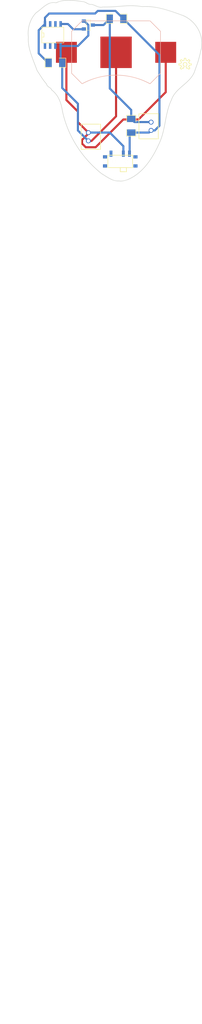
<source format=kicad_pcb>
(kicad_pcb (version 4) (host json2kicad_pcb "2020-12-15 20:12:17")

  (general
    (links 0)
    (no_connects 0)
    (area -98.552 -247.68302 47.74184 60.071)
    (thickness 1.6002)
    (drawings 0)
    (tracks 58)
    (zones 0)
    (modules 12)
    (nets 115)
  )

  (page A3)
  (title_block
    (date "30 dec 2015")
  )

  (layers
  (0 B.Cu signal)
  (1 Inner1.Cu signal)
  (2 Inner2.Cu signal)
  (15 F.Cu signal)
  (20 B.SilkS user)
  (21 F.SilkS user)
  (22 B.Paste user)
  (23 F.Paste user)
  (24 Dwgs.User user)
  (25 Cmts.User user)
  (26 Eco1.User user)
  (27 Eco2.User user)
  (28 Edge.Cuts user)
  (31 B.Cu signal)
  (32 B.Adhes user)
  (33 F.Adhes user)
  (34 B.Paste user)
  (35 F.Paste user)
  (36 B.SilkS user)
  (37 F.SilkS user)
  (38 B.Mask user)
  (39 F.Mask user)
  (40 Dwgs.User user)
  (41 Cmts.User user)
  (42 Eco1.User user)
  (43 Eco2.User user)
  (44 Edge.Cuts user)
  )

  (setup
(last_trace_width 0.254)
    (trace_clearance 0.254)
    (zone_clearance 0.508)
    (zone_45_only no)
    (trace_min 0.254)
    (segment_width 0.2)
    (edge_width 0.1)
    (via_size 1.19888)
    (via_drill 0.635)
    (via_min_size 0.889)
    (via_min_drill 0.508)
    (uvia_size 0.508)
    (uvia_drill 0.127)
    (uvias_allowed no)
    (uvia_min_size 0.508)
    (uvia_min_drill 0.127)
    (pcb_text_width 0.3)
    (pcb_text_size 1.5 1.5)
    (mod_edge_width 0.15)
    (mod_text_size 1 1)
    (mod_text_width 0.15)
    (pad_size 1.5 1.5)
    (pad_drill 0.6)
    (pad_to_mask_clearance 0)
    (aux_axis_origin 0 0)
    (visible_elements 7FFFFFFF)
    (pcbplotparams
      (layerselection 0x00030_80000001)
      (usegerberextensions true)
      (excludeedgelayer true)
      (linewidth 0.150000)
      (plotframeref false)
      (viasonmask false)
      (mode 1)
      (useauxorigin false)
      (hpglpennumber 1)
      (hpglpenspeed 20)
      (hpglpendiameter 15)
      (hpglpenoverlay 2)
      (psnegative false)
      (psa4output false)
      (plotreference true)
      (plotvalue true)
      (plotinvisibletext false)
      (padsonsilk false)
      (subtractmaskfromsilk false)
      (outputformat 1)
      (mirror false)
      (drillshape 1)
      (scaleselection 1)
      (outputdirectory ""))
  )

  (net 0 "")
  (net 1 "N-00001")
  (net 113 "N-00113")
  (net 3 "N-00003")
  (net 4 "N-00004")
  (net 5 "N-00005")
  (net 104 "N-00104")
  (net 103 "N-00103")
  (net 8 "N-00008")
  (net 9 "N-00009")
  (net 10 "N-00010")
  (net 110 "N-00110")
  (net 12 "N-00012")
  (net 13 "N-00013")
  (net 109 "N-00109")
  (net 107 "N-00107")
  (net 108 "N-00108")
  (net 105 "N-00105")
  (net 111 "N-00111")
  (net 19 "N-00019")
  (net 20 "N-00020")
  (net 21 "N-00021")
  (net 22 "N-00022")
  (net 23 "N-00023")
  (net 24 "N-00024")
  (net 25 "N-00025")
  (net 26 "N-00026")
  (net 27 "N-00027")
  (net 28 "N-00028")
  (net 29 "N-00029")
  (net 30 "N-00030")
  (net 31 "N-00031")
  (net 32 "N-00032")
  (net 33 "N-00033")
  (net 34 "N-00034")
  (net 35 "N-00035")
  (net 36 "N-00036")
  (net 37 "N-00037")
  (net 38 "N-00038")
  (net 39 "N-00039")
  (net 40 "N-00040")
  (net 41 "N-00041")
  (net 42 "N-00042")
  (net 43 "N-00043")
  (net 44 "N-00044")
  (net 45 "N-00045")
  (net 46 "N-00046")
  (net 47 "N-00047")
  (net 48 "N-00048")
  (net 49 "N-00049")
  (net 50 "N-00050")
  (net 51 "N-00051")
  (net 52 "N-00052")
  (net 53 "N-00053")
  (net 54 "N-00054")
  (net 55 "N-00055")
  (net 56 "N-00056")
  (net 57 "N-00057")
  (net 58 "N-00058")
  (net 59 "N-00059")
  (net 60 "N-00060")
  (net 61 "N-00061")
  (net 62 "N-00062")
  (net 63 "N-00063")
  (net 118 "N-00118")
  (net 65 "N-00065")
  (net 66 "N-00066")
  (net 67 "N-00067")
  (net 116 "N-00116")
  (net 112 "N-00112")
  (net 117 "N-00117")
  (net 106 "N-00106")
  (net 72 "N-00072")
  (net 73 "N-00073")
  (net 74 "N-00074")
  (net 75 "N-00075")
  (net 76 "N-00076")
  (net 77 "N-00077")
  (net 78 "N-00078")
  (net 79 "N-00079")
  (net 80 "N-00080")
  (net 81 "N-00081")
  (net 82 "N-00082")
  (net 83 "N-00083")
  (net 84 "N-00084")
  (net 85 "N-00085")
  (net 86 "N-00086")
  (net 87 "N-00087")
  (net 88 "N-00088")
  (net 89 "N-00089")
  (net 90 "N-00090")
  (net 91 "N-00091")
  (net 92 "N-00092")
  (net 93 "N-00093")
  (net 94 "N-00094")
  (net 95 "N-00095")
  (net 96 "N-00096")
  (net 97 "N-00097")
  (net 98 "N-00098")
  (net 99 "N-00099")
  (net 100 "N-00100")
  (net 101 "N-00101")
  (net 102 "N-00102")
  (net 134 "N-00134")
  (net 131 "N-00131")
  (net 142 "N-00142")
  (net 143 "N-00143")
  (net 141 "N-00141")
  (net 144 "N-00144")
  (net 140 "N-00140")
  (net 133 "N-00133")
  (net 136 "N-00136")
  (net 128 "N-00128")
  (net 139 "N-00139")
  (net 135 "N-00135")

  (net_class Default "This is the default net class."
    (via_dia 1.19888)
    (via_drill 0.635)
    (uvia_drill 0.127)
    (trace_width 0.254)
    (uvia_dia 0.508)
    (clearance 0.254)
    (add_net "")
    (add_net "N-00001")
    (add_net "N-00101")
    (add_net "N-00003")
    (add_net "N-00004")
    (add_net "N-00005")
    (add_net "N-00008")
    (add_net "N-00009")
    (add_net "N-00010")
    (add_net "N-00012")
    (add_net "N-00013")
    (add_net "N-00133")
    (add_net "N-00128")
    (add_net "N-00131")
    (add_net "N-00019")
    (add_net "N-00020")
    (add_net "N-00021")
    (add_net "N-00022")
    (add_net "N-00023")
    (add_net "N-00024")
    (add_net "N-00025")
    (add_net "N-00026")
    (add_net "N-00027")
    (add_net "N-00028")
    (add_net "N-00029")
    (add_net "N-00030")
    (add_net "N-00031")
    (add_net "N-00024")
    (add_net "N-00025")
    (add_net "N-00026")
    (add_net "N-00027")
    (add_net "N-00020")
    (add_net "N-00021")
    (add_net "N-00022")
    (add_net "N-00023")
    (add_net "N-00040")
    (add_net "N-00041")
    (add_net "N-00042")
    (add_net "N-00043")
    (add_net "N-00028")
    (add_net "N-00029")
    (add_net "N-00046")
    (add_net "N-00047")
    (add_net "N-00048")
    (add_net "")
    (add_net "N-00050")
    (add_net "N-00051")
    (add_net "N-00052")
    (add_net "N-00004")
    (add_net "N-00054")
    (add_net "N-00055")
    (add_net "N-00056")
    (add_net "N-00008")
    (add_net "N-00058")
    (add_net "N-00059")
    (add_net "N-00060")
    (add_net "N-00061")
    (add_net "N-00062")
    (add_net "N-00063")
    (add_net "N-00087")
    (add_net "N-00065")
    (add_net "N-00066")
    (add_net "N-00067")
    (add_net "N-00072")
    (add_net "N-00073")
    (add_net "N-00074")
    (add_net "N-00075")
    (add_net "N-00076")
    (add_net "N-00077")
    (add_net "N-00078")
    (add_net "N-00079")
    (add_net "N-00080")
    (add_net "N-00081")
    (add_net "N-00082")
    (add_net "N-00083")
    (add_net "N-00084")
    (add_net "N-00085")
    (add_net "N-00086")
    (add_net "N-00087")
    (add_net "N-00088")
    (add_net "N-00089")
    (add_net "N-00090")
    (add_net "N-00091")
    (add_net "N-00092")
    (add_net "N-00093")
    (add_net "N-00094")
    (add_net "N-00095")
    (add_net "N-00096")
    (add_net "N-00097")
    (add_net "N-00098")
    (add_net "N-00099")
    (add_net "N-00059")
    (add_net "N-00058")
    (add_net "N-00102")
    (add_net "N-00103")
    (add_net "N-00104")
    (add_net "N-00105")
    (add_net "N-00057")
    (add_net "N-00107")
    (add_net "N-00108")
    (add_net "N-00109")
    (add_net "N-00110")
    (add_net "N-00111")
    (add_net "N-00112")
    (add_net "N-00113")
    (add_net "N-00116")
    (add_net "N-00117")
    (add_net "N-00118")
    (add_net "N-00054")
    (add_net "N-00106")
    (add_net "N-00136")
    (add_net "N-00128")
    (add_net "N-00056")
    (add_net "N-00133")
    (add_net "N-00134")
    (add_net "N-00135")
    (add_net "N-00134")
    (add_net "N-00051")
    (add_net "N-00067")
    (add_net "N-00140")
    (add_net "N-00141")
    (add_net "N-00142")
    (add_net "N-00050")
    (add_net "N-00144")
    (add_net "N-00117")
    (add_net "N-00116")
    (add_net "N-00111")
    (add_net "N-00110")
    (add_net "N-00113")
    (add_net "N-00112")
    (add_net "N-00082")
    (add_net "N-00039")
    (add_net "N-00080")
    (add_net "N-00052")
    (add_net "N-00086")
    (add_net "N-00118")
    (add_net "N-00084")
    (add_net "N-00085")
    (add_net "N-00003")
    (add_net "N-00032")
    (add_net "N-00033")
    (add_net "N-00143")
    (add_net "N-00034")
    (add_net "N-00108")
    (add_net "N-00035")
    (add_net "N-00102")
    (add_net "N-00036")
    (add_net "N-00100")
    (add_net "N-00101")
    (add_net "N-00106")
    (add_net "N-00107")
    (add_net "N-00104")
    (add_net "N-00037")
    (add_net "N-00039")
    (add_net "N-00038")
    (add_net "N-00038")
    (add_net "N-00033")
    (add_net "N-00032")
    (add_net "N-00031")
    (add_net "N-00030")
    (add_net "N-00037")
    (add_net "N-00036")
    (add_net "N-00035")
    (add_net "N-00034")
    (add_net "N-00109")
    (add_net "N-00053")
    (add_net "N-00044")
    (add_net "N-00045")
    (add_net "N-00060")
    (add_net "N-00061")
    (add_net "N-00062")
    (add_net "N-00063")
    (add_net "N-00065")
    (add_net "N-00066")
    (add_net "N-00103")
    (add_net "N-00049")
    (add_net "N-00139")
    (add_net "N-00136")
    (add_net "N-00105")
    (add_net "N-00053")
    (add_net "N-00139")
    (add_net "N-00099")
    (add_net "N-00098")
    (add_net "N-00057")
    (add_net "N-00091")
    (add_net "N-00090")
    (add_net "N-00093")
    (add_net "N-00092")
    (add_net "N-00095")
    (add_net "N-00094")
    (add_net "N-00097")
    (add_net "N-00096")
    (add_net "N-00010")
    (add_net "N-00013")
    (add_net "N-00012")
    (add_net "N-00131")
    (add_net "N-00019")
    (add_net "N-00055")
    (add_net "N-00088")
    (add_net "N-00089")
    (add_net "N-00083")
    (add_net "N-00081")
    (add_net "N-00048")
    (add_net "N-00049")
    (add_net "N-00046")
    (add_net "N-00047")
    (add_net "N-00044")
    (add_net "N-00045")
    (add_net "N-00042")
    (add_net "N-00043")
    (add_net "N-00040")
    (add_net "N-00041")
    (add_net "N-00001")
    (add_net "N-00005")
    (add_net "N-00009")
    (add_net "N-00100")
    (add_net "N-00144")
    (add_net "N-00142")
    (add_net "N-00143")
    (add_net "N-00140")
    (add_net "N-00141")
    (add_net "N-00077")
    (add_net "N-00076")
    (add_net "N-00075")
    (add_net "N-00074")
    (add_net "N-00073")
    (add_net "N-00072")
    (add_net "N-00079")
    (add_net "N-00078")
    (add_net "N-00135")
  )
  (module "SO8E"
    (layer "F.Cu")
    (tedit 0)
    (tstamp 0)
    (at -95.123 31.369 0.00)
    (fp_text reference "attiny13"
      (at -0.889 0.0 0.00)
      (layer F.SilkS)
      (effects (font (size 1.143 0.0)
        (thickness 0.0)))
    )
    (fp_text value "VAL**"
      (at 1.016 0.0 0.00)
      (layer F.SilkS)
      (effects (font (size 0.889 0.0)
        (thickness 0.0)))
    )
    (fp_line (start -2.667 1.778) (end -2.667 1.905) (layer F.SilkS) (width 0.127))
    (fp_line (start -2.667 1.905) (end 2.667 1.905) (layer F.SilkS) (width 0.127))
    (fp_line (start 2.667 -1.905) (end -2.667 -1.905) (layer F.SilkS) (width 0.127))
    (fp_line (start -2.667 -1.905) (end -2.667 1.778) (layer F.SilkS) (width 0.127))
    (fp_line (start -2.667 -0.508) (end -2.159 -0.508) (layer F.SilkS) (width 0.127))
    (fp_line (start -2.159 -0.508) (end -2.159 0.508) (layer F.SilkS) (width 0.127))
    (fp_line (start -2.159 0.508) (end -2.667 0.508) (layer F.SilkS) (width 0.127))
    (fp_line (start 2.667 -1.905) (end 2.667 1.905) (layer F.SilkS) (width 0.127))
    (pad 8 smd rect (at -1.905 -2.667 0.00) (size 0.59944 1.39954) (drill 0.0) (layers "F.Cu" "F.Paste") (net 1 N-00001))
    (pad 1 smd rect (at -1.905 2.667 0.00) (size 0.59944 1.39954) (drill 0.0) (layers "F.Cu" "F.Paste") (net 8 N-00008))
    (pad 7 smd rect (at -0.635 -2.667 0.00) (size 0.59944 1.39954) (drill 0.0) (layers "F.Cu" "F.Paste") (net 9 N-00009))
    (pad 6 smd rect (at 0.635 -2.667 0.00) (size 0.59944 1.39954) (drill 0.0) (layers "F.Cu" "F.Paste") (net 10 N-00010))
    (pad 5 smd rect (at 1.905 -2.667 0.00) (size 0.59944 1.39954) (drill 0.0) (layers "F.Cu" "F.Paste") (net 5 N-00005))
    (pad 2 smd rect (at -0.635 2.667 0.00) (size 0.59944 1.39954) (drill 0.0) (layers "F.Cu" "F.Paste") (net 12 N-00012))
    (pad 3 smd rect (at 0.635 2.667 0.00) (size 0.59944 1.39954) (drill 0.0) (layers "F.Cu" "F.Paste") (net 13 N-00013))
    (pad 4 smd rect (at 1.905 2.667 0.00) (size 0.59944 1.39954) (drill 0.0) (layers "F.Cu" "F.Paste") (net 3 N-00003))
  )

  (module "SOT23"
    (layer "F.Cu")
    (tedit 0)
    (tstamp 0)
    (at -86.487 28.956 -90.00)
    (fp_text reference "SOT23"
      (at -0.09906 0.0 0.00)
      (layer F.SilkS)
      (effects (font (size 0.762 0.0)
        (thickness 0.0)))
    )
    (fp_text value "VAL"
      (at 0.0 0.0 0.00)
      (layer F.SilkS)
      (effects (font (size 0.50038 0.0)
        (thickness 0.0)))
    )
    (fp_line (start 1.27 -0.508) (end 1.27 0.508) (layer F.SilkS) (width 0.07874))
    (fp_line (start -1.3335 -0.508) (end -1.3335 0.508) (layer F.SilkS) (width 0.07874))
    (fp_line (start 1.27 0.508) (end -1.3335 0.508) (layer F.SilkS) (width 0.07874))
    (fp_line (start -1.3335 -0.508) (end 1.27 -0.508) (layer F.SilkS) (width 0.07874))
    (pad 3 smd rect (at 0.0 -1.09982 -90.00) (size 0.8001 1.00076) (drill 0.0) (layers "F.Cu" "F.Paste") (net 4 N-00004))
    (pad 2 smd rect (at 0.9525 1.09982 -90.00) (size 0.8001 1.00076) (drill 0.0) (layers "F.Cu" "F.Paste") (net 5 N-00005))
    (pad 1 smd rect (at -0.9525 1.09982 -90.00) (size 0.8001 1.00076) (drill 0.0) (layers "F.Cu" "F.Paste") (net 3 N-00003))
  )

  (module "BATT2032"
    (layer "F.Cu")
    (tedit 0)
    (tstamp 0)
    (at -79.756 35.56 -180.00)
    (fp_text reference "bat"
      (at 7.62 0.0 0.00)
      (layer Eco1.User)
      (effects (font (size 1.27 0.0)
        (thickness 0.0)))
    )
    (fp_text value "cr2032"
      (at -9.525 0.0 0.00)
      (layer Eco1.User)
      (effects (font (size 1.27 0.0)
        (thickness 0.0)))
    )
    (fp_line (start -8.255 -7.62) (end -10.795 -5.08) (layer B.SilkS) (width 0.127))
    (fp_line (start -10.795 -5.08) (end -10.795 5.08) (layer B.SilkS) (width 0.127))
    (fp_line (start -10.795 5.08) (end -8.255 7.62) (layer B.SilkS) (width 0.127))
    (fp_line (start -8.255 7.62) (end 8.255 7.62) (layer B.SilkS) (width 0.127))
    (fp_line (start 8.255 7.62) (end 10.795 5.08) (layer B.SilkS) (width 0.127))
    (fp_line (start 10.795 5.08) (end 10.795 -5.08) (layer B.SilkS) (width 0.127))
    (fp_line (start 10.795 -5.08) (end 8.255 -7.62) (layer B.SilkS) (width 0.127))
    (fp_arc (start 0.0 -22.86) (end 8.23215372718 -7.60764706637) (angle 56.80) (layer B.SilkS) (width 0.127))
    (pad V1 smd rect (at -12.065 0.0 -180.00) (size 5.08 5.08) (drill 0.0) (layers "B.Cu" "B.Paste") (net 63 N-00063))
    (pad V2 smd rect (at 12.065 0.0 -180.00) (size 5.08 5.08) (drill 0.0) (layers "B.Cu" "B.Paste") (net 63 N-00063))
    (pad V- smd rect (at 0.0 0.0 -180.00) (size 7.62 7.62) (drill 0.0) (layers "B.Cu" "B.Paste") (net 3 N-00003))
  )

  (module "SM1206"
    (layer "F.Cu")
    (tedit 0)
    (tstamp 0)
    (at -79.629 27.432 -180.00)
    (fp_text reference ".1mF"
      (at 0.0 0.0 0.00)
      (layer F.SilkS)
      (effects (font (size 0.762 0.0)
        (thickness 0.0)))
    )
    (fp_text value "Val**"
      (at 0.0 0.0 0.00)
      (layer F.SilkS)
      (effects (font (size 0.762 0.0)
        (thickness 0.0)))
    )
    (fp_line (start -2.54 -1.143) (end -2.54 1.143) (layer F.SilkS) (width 0.127))
    (fp_line (start -2.54 1.143) (end -0.889 1.143) (layer F.SilkS) (width 0.127))
    (fp_line (start 0.889 -1.143) (end 2.54 -1.143) (layer F.SilkS) (width 0.127))
    (fp_line (start 2.54 -1.143) (end 2.54 1.143) (layer F.SilkS) (width 0.127))
    (fp_line (start 2.54 1.143) (end 0.889 1.143) (layer F.SilkS) (width 0.127))
    (fp_line (start -0.889 -1.143) (end -2.54 -1.143) (layer F.SilkS) (width 0.127))
    (pad 1 smd rect (at -1.651 0.0 -180.00) (size 1.524 2.032) (drill 0.0) (layers "F.Cu" "F.Paste") (net 1 N-00001))
    (pad 2 smd rect (at 1.651 0.0 -180.00) (size 1.524 2.032) (drill 0.0) (layers "F.Cu" "F.Paste") (net 4 N-00004))
  )

  (module "SM1206"
    (layer "F.Cu")
    (tedit 0)
    (tstamp 0)
    (at -76.073 53.34 -90.00)
    (fp_text reference "1n4148"
      (at 0.0 0.0 0.00)
      (layer F.SilkS)
      (effects (font (size 0.762 0.0)
        (thickness 0.0)))
    )
    (fp_text value "Val**"
      (at 0.0 0.0 0.00)
      (layer F.SilkS)
      (effects (font (size 0.762 0.0)
        (thickness 0.0)))
    )
    (fp_line (start -2.54 -1.143) (end -2.54 1.143) (layer F.SilkS) (width 0.127))
    (fp_line (start -2.54 1.143) (end -0.889 1.143) (layer F.SilkS) (width 0.127))
    (fp_line (start 0.889 -1.143) (end 2.54 -1.143) (layer F.SilkS) (width 0.127))
    (fp_line (start 2.54 -1.143) (end 2.54 1.143) (layer F.SilkS) (width 0.127))
    (fp_line (start 2.54 1.143) (end 0.889 1.143) (layer F.SilkS) (width 0.127))
    (fp_line (start -0.889 -1.143) (end -2.54 -1.143) (layer F.SilkS) (width 0.127))
    (pad 1 smd rect (at -1.651 0.0 -90.00) (size 1.524 2.032) (drill 0.0) (layers "F.Cu" "F.Paste") (net 4 N-00004))
    (pad 2 smd rect (at 1.651 0.0 -90.00) (size 1.524 2.032) (drill 0.0) (layers "F.Cu" "F.Paste") (net 1 N-00001))
  )

  (module "SLIDE_SWITCH_SMD"
    (layer "F.Cu")
    (tedit 0)
    (tstamp 0)
    (at -78.74 61.976 0.00)
    (fp_text reference "ref**"
      (at -2.36474 0.0 0.00)
      (layer Eco1.User)
      (effects (font (size 1.27 0.0)
        (thickness 0.0)))
    )
    (fp_text value "val**"
      (at 0.0 0.0 0.00)
      (layer Eco1.User)
      (effects (font (size 0.0 0.0)
        (thickness 0.0)))
    )
    (fp_line (start -2.99974 -1.4986) (end 2.99974 -1.4986) (layer F.SilkS) (width 0.1524))
    (fp_line (start 2.99974 -1.4986) (end 2.99974 1.4986) (layer F.SilkS) (width 0.1524))
    (fp_line (start 2.99974 1.4986) (end 1.4986 1.4986) (layer F.SilkS) (width 0.1524))
    (fp_line (start 1.4986 1.4986) (end 0.0 1.4986) (layer F.SilkS) (width 0.1524))
    (fp_line (start 0.0 1.4986) (end -2.99974 1.4986) (layer F.SilkS) (width 0.1524))
    (fp_line (start -2.99974 1.4986) (end -2.99974 -1.4986) (layer F.SilkS) (width 0.1524))
    (fp_line (start 1.4986 1.4986) (end 1.4986 2.49936) (layer F.SilkS) (width 0.1524))
    (fp_line (start 0.0 1.4986) (end 0.0 2.49936) (layer F.SilkS) (width 0.1524))
    (fp_line (start 0.0 2.49936) (end 1.4986 2.49936) (layer F.SilkS) (width 0.1524))
    (fp_line (start 0.0 2.49936) (end 0.0 1.4986) (layer F.SilkS) (width 0.1524))
    (fp_line (start 0.0 1.4986) (end 1.4986 1.4986) (layer F.SilkS) (width 0.1524))
    (fp_line (start 1.4986 1.4986) (end 1.4986 2.49936) (layer F.SilkS) (width 0.1524))
    (fp_line (start 1.4986 2.49936) (end 0.0 2.49936) (layer F.SilkS) (width 0.1524))
    (pad Hole np_thru_hole circle (at -1.4986 0.0 0.00) (size 0.89916 0.89916) (drill 0.89916) (layers "B.Cu" "Inner1.Cu" "Inner2.Cu" "F.Cu" "F.SilkS" "B.Paste" "F.Paste") (net 56 N-00056))
    (pad Hole np_thru_hole circle (at 1.4986 0.0 0.00) (size 0.89916 0.89916) (drill 0.89916) (layers "B.Cu" "Inner1.Cu" "Inner2.Cu" "F.Cu" "F.SilkS" "B.Paste" "F.Paste") (net 57 N-00057))
    (pad P$1 smd rect (at -3.69824 1.09982 0.00) (size 0.99822 0.79756) (drill 0.0) (layers "F.Cu" "F.Paste") (net 58 N-00058))
    (pad P$2 smd rect (at -3.69824 -1.09982 0.00) (size 0.99822 0.79756) (drill 0.0) (layers "F.Cu" "F.Paste") (net 59 N-00059))
    (pad P$3 smd rect (at 3.69824 -1.09982 0.00) (size 0.99822 0.79756) (drill 0.0) (layers "F.Cu" "F.Paste") (net 60 N-00060))
    (pad P$4 smd rect (at 3.69824 1.09982 0.00) (size 0.99822 0.79756) (drill 0.0) (layers "F.Cu" "F.Paste") (net 61 N-00061))
    (pad NO smd rect (at -2.2479 -1.87452 0.00) (size 0.6985 1.4986) (drill 0.0) (layers "F.Cu" "F.Paste") (net 62 N-00062))
    (pad COM smd rect (at 0.7493 -1.87452 0.00) (size 0.6985 1.4986) (drill 0.0) (layers "F.Cu" "F.Paste") (net 63 N-00063))
    (pad NC smd rect (at 2.2479 -1.87452 0.00) (size 0.6985 1.4986) (drill 0.0) (layers "F.Cu" "F.Paste") (net 1 N-00001))
  )

  (module "OSHW-LOGO-S"
    (layer "F.Cu")
    (tedit 0)
    (tstamp 0)
    (at -62.992 38.481 0.00)
    (fp_text reference "ref**"
      (at 0.0 0.0 0.00)
      (layer Cmts.User)
      (effects (font (size 0.0 0.0)
        (thickness 0.0)))
    )
    (fp_text value "val**"
      (at 0.0 0.0 0.00)
      (layer Eco1.User)
      (effects (font (size 0.0 0.0)
        (thickness 0.0)))
    )
    (fp_arc (start 0.0 0.0) (end 0.3937 0.9525) (angle -9.40) (layer F.SilkS) (width 0.14986))
    (fp_line (start 0.5461 0.87376) (end 0.92202 1.1811) (layer F.SilkS) (width 0.14986))
    (fp_line (start 0.92202 1.1811) (end 1.1811 0.92202) (layer F.SilkS) (width 0.14986))
    (fp_line (start 1.1811 0.92202) (end 0.87376 0.5461) (layer F.SilkS) (width 0.14986))
    (fp_arc (start 0.0 0.0) (end 0.87376 0.5461) (angle -19.00) (layer F.SilkS) (width 0.14986))
    (fp_line (start 1.0033 0.23114) (end 1.48844 0.18034) (layer F.SilkS) (width 0.14986))
    (fp_line (start 1.48844 0.18034) (end 1.48844 -0.18034) (layer F.SilkS) (width 0.14986))
    (fp_line (start 1.48844 -0.18034) (end 1.0033 -0.23114) (layer F.SilkS) (width 0.14986))
    (fp_arc (start 0.0 0.0) (end 1.0033 -0.23114) (angle -19.00) (layer F.SilkS) (width 0.14986))
    (fp_line (start 0.87376 -0.5461) (end 1.1811 -0.92202) (layer F.SilkS) (width 0.14986))
    (fp_line (start 1.1811 -0.92202) (end 0.92202 -1.1811) (layer F.SilkS) (width 0.14986))
    (fp_line (start 0.92202 -1.1811) (end 0.5461 -0.87376) (layer F.SilkS) (width 0.14986))
    (fp_arc (start 0.0 0.0) (end 0.5461 -0.87376) (angle -19.00) (layer F.SilkS) (width 0.14986))
    (fp_line (start 0.23114 -1.0033) (end 0.18034 -1.48844) (layer F.SilkS) (width 0.14986))
    (fp_line (start 0.18034 -1.48844) (end -0.18034 -1.48844) (layer F.SilkS) (width 0.14986))
    (fp_line (start -0.18034 -1.48844) (end -0.23114 -1.0033) (layer F.SilkS) (width 0.14986))
    (fp_arc (start 0.0 0.0) (end -0.23114 -1.0033) (angle -19.00) (layer F.SilkS) (width 0.14986))
    (fp_line (start -0.5461 -0.87376) (end -0.92202 -1.1811) (layer F.SilkS) (width 0.14986))
    (fp_line (start -0.92202 -1.1811) (end -1.1811 -0.92202) (layer F.SilkS) (width 0.14986))
    (fp_line (start -1.1811 -0.92202) (end -0.87376 -0.5461) (layer F.SilkS) (width 0.14986))
    (fp_arc (start 0.0 0.0) (end -0.87376 -0.5461) (angle -19.00) (layer F.SilkS) (width 0.14986))
    (fp_line (start -1.0033 -0.23114) (end -1.48844 -0.18034) (layer F.SilkS) (width 0.14986))
    (fp_line (start -1.48844 -0.18034) (end -1.48844 0.18034) (layer F.SilkS) (width 0.14986))
    (fp_line (start -1.48844 0.18034) (end -1.0033 0.23114) (layer F.SilkS) (width 0.14986))
    (fp_arc (start 0.0 0.0) (end -1.0033 0.23114) (angle -19.00) (layer F.SilkS) (width 0.14986))
    (fp_line (start -0.87376 0.5461) (end -1.1811 0.92202) (layer F.SilkS) (width 0.14986))
    (fp_line (start -1.1811 0.92202) (end -0.92202 1.1811) (layer F.SilkS) (width 0.14986))
    (fp_line (start -0.92202 1.1811) (end -0.5461 0.87376) (layer F.SilkS) (width 0.14986))
    (fp_arc (start 0.0 0.0) (end -0.5461 0.87376) (angle -9.40) (layer F.SilkS) (width 0.14986))
    (fp_line (start -0.3937 0.9525) (end -0.1778 0.4318) (layer F.SilkS) (width 0.14986))
    (fp_arc (start 0.0 0.0) (end -0.1778 0.4318) (angle 67.50) (layer F.SilkS) (width 0.14986))
    (fp_arc (start 0.0 0.0) (end -0.46736 5.7235092805e-17) (angle 247.40) (layer F.SilkS) (width 0.14986))
    (fp_line (start 0.1778 0.4318) (end 0.3937 0.9525) (layer F.SilkS) (width 0.14986))
  )

  (module "custom"
    (layer "F.Cu")
    (tedit 0)
    (tstamp 0)
    (at -106.934 270.51 0.00)
    (fp_text reference "ref"
      (at -1.016 0.0 0.00)
      (layer F.SilkS)
      (effects (font (size 0.508 0.0)
        (thickness 0.0)))
    )
    (fp_text value "val"
      (at 1.016 0.0 0.00)
      (layer F.SilkS)
      (effects (font (size 0.508 0.0)
        (thickness 0.0)))
    )
  )

  (module "CON_JST_2PIN"
    (layer "F.Cu")
    (tedit 0)
    (tstamp 0)
    (at -86.487 56.007 -90.00)
    (fp_text reference "ref**"
      (at 0.0 0.0 0.00)
      (layer Cmts.User)
      (effects (font (size 0.0 0.0)
        (thickness 0.0)))
    )
    (fp_text value "val**"
      (at 0.0 0.0 0.00)
      (layer Eco1.User)
      (effects (font (size 0.0 0.0)
        (thickness 0.0)))
    )
    (fp_line (start -3.048 -2.94894) (end 3.048 -2.94894) (layer F.SilkS) (width 0.1524))
    (fp_line (start 3.048 -2.94894) (end 3.048 1.74752) (layer F.SilkS) (width 0.1524))
    (fp_line (start 3.048 1.74752) (end -3.048 1.74752) (layer F.SilkS) (width 0.1524))
    (fp_line (start -3.048 1.74752) (end -3.048 -2.94894) (layer F.SilkS) (width 0.1524))
    (pad 1 thru_hole oval (at -0.99822 0.0 -90.00) (size 1.19634 1.19634) (drill 0.79756) (layers "B.Cu" "Inner1.Cu" "Inner2.Cu" "F.Cu" "B.Paste" "F.Paste") (net 63 N-00063))
    (pad 2 thru_hole oval (at 0.99822 0.0 -90.00) (size 1.19634 1.19634) (drill 0.79756) (layers "B.Cu" "Inner1.Cu" "Inner2.Cu" "F.Cu" "B.Paste" "F.Paste") (net 3 N-00003))
  )

  (module "CON_JST_2PIN"
    (layer "F.Cu")
    (tedit 0)
    (tstamp 0)
    (at -71.247 53.467 90.00)
    (fp_text reference "ref**"
      (at 0.0 0.0 0.00)
      (layer Cmts.User)
      (effects (font (size 0.0 0.0)
        (thickness 0.0)))
    )
    (fp_text value "val**"
      (at 0.0 0.0 0.00)
      (layer Eco1.User)
      (effects (font (size 0.0 0.0)
        (thickness 0.0)))
    )
    (fp_line (start -3.048 -2.94894) (end 3.048 -2.94894) (layer F.SilkS) (width 0.1524))
    (fp_line (start 3.048 -2.94894) (end 3.048 1.74752) (layer F.SilkS) (width 0.1524))
    (fp_line (start 3.048 1.74752) (end -3.048 1.74752) (layer F.SilkS) (width 0.1524))
    (fp_line (start -3.048 1.74752) (end -3.048 -2.94894) (layer F.SilkS) (width 0.1524))
    (pad 1 thru_hole oval (at -0.99822 0.0 90.00) (size 1.19634 1.19634) (drill 0.79756) (layers "B.Cu" "Inner1.Cu" "Inner2.Cu" "F.Cu" "B.Paste" "F.Paste") (net 1 N-00001))
    (pad 2 thru_hole oval (at 0.99822 0.0 90.00) (size 1.19634 1.19634) (drill 0.79756) (layers "B.Cu" "Inner1.Cu" "Inner2.Cu" "F.Cu" "B.Paste" "F.Paste") (net 4 N-00004))
  )

  (module "SM1206"
    (layer "F.Cu")
    (tedit 0)
    (tstamp 0)
    (at -94.488 38.1 0.00)
    (fp_text reference "C2"
      (at 0.0 0.0 0.00)
      (layer F.SilkS)
      (effects (font (size 0.762 0.0)
        (thickness 0.0)))
    )
    (fp_text value "C"
      (at 0.0 0.0 0.00)
      (layer F.SilkS)
      (effects (font (size 0.762 0.0)
        (thickness 0.0)))
    )
    (fp_line (start -2.54 -1.143) (end -2.54 1.143) (layer F.SilkS) (width 0.127))
    (fp_line (start -2.54 1.143) (end -0.889 1.143) (layer F.SilkS) (width 0.127))
    (fp_line (start 0.889 -1.143) (end 2.54 -1.143) (layer F.SilkS) (width 0.127))
    (fp_line (start 2.54 -1.143) (end 2.54 1.143) (layer F.SilkS) (width 0.127))
    (fp_line (start 2.54 1.143) (end 0.889 1.143) (layer F.SilkS) (width 0.127))
    (fp_line (start -0.889 -1.143) (end -2.54 -1.143) (layer F.SilkS) (width 0.127))
    (pad 1 smd rect (at -1.651 0.0 0.00) (size 1.524 2.032) (drill 0.0) (layers "F.Cu" "F.Paste") (net 1 N-00001))
    (pad 2 smd rect (at 1.651 0.0 0.00) (size 1.524 2.032) (drill 0.0) (layers "F.Cu" "F.Paste") (net 3 N-00003))
  )

  (module "sandtrotter_outline"
    (layer "F.Cu")
    (tedit 0)
    (tstamp 0)
    (at -106.68 270.637 0.00)
    (fp_text reference ""
      (at 0.0 0.0 0.00)
      (layer F.SilkS)
      (effects (font (size 0.0 0.0)
        (thickness 0.0)))
    )
    (fp_text reference ""
      (at 0.0 0.0 0.00)
      (layer F.SilkS)
      (effects (font (size 0.0 0.0)
        (thickness 0.0)))
    )
    (fp_line (start 26.91892 -246.1514) (end 27.04846 -246.16156) (layer Edge.Cuts) (width 0.127))
    (fp_line (start 27.04846 -246.16156) (end 27.178 -246.17172) (layer Edge.Cuts) (width 0.127))
    (fp_line (start 27.178 -246.17172) (end 27.30754 -246.18188) (layer Edge.Cuts) (width 0.127))
    (fp_line (start 27.30754 -246.18188) (end 27.43454 -246.1895) (layer Edge.Cuts) (width 0.127))
    (fp_line (start 27.43454 -246.1895) (end 27.56154 -246.19966) (layer Edge.Cuts) (width 0.127))
    (fp_line (start 27.56154 -246.19966) (end 27.68854 -246.20982) (layer Edge.Cuts) (width 0.127))
    (fp_line (start 27.68854 -246.20982) (end 27.813 -246.21998) (layer Edge.Cuts) (width 0.127))
    (fp_line (start 27.813 -246.21998) (end 27.813 -246.21998) (layer Edge.Cuts) (width 0.127))
    (fp_line (start 27.813 -246.21998) (end 27.93746 -246.23014) (layer Edge.Cuts) (width 0.127))
    (fp_line (start 27.93746 -246.23014) (end 28.06192 -246.2403) (layer Edge.Cuts) (width 0.127))
    (fp_line (start 28.06192 -246.2403) (end 28.18638 -246.25046) (layer Edge.Cuts) (width 0.127))
    (fp_line (start 28.18638 -246.25046) (end 28.3083 -246.26062) (layer Edge.Cuts) (width 0.127))
    (fp_line (start 28.3083 -246.26062) (end 28.43276 -246.26824) (layer Edge.Cuts) (width 0.127))
    (fp_line (start 28.43276 -246.26824) (end 28.55468 -246.2784) (layer Edge.Cuts) (width 0.127))
    (fp_line (start 28.55468 -246.2784) (end 28.6766 -246.28856) (layer Edge.Cuts) (width 0.127))
    (fp_line (start 28.6766 -246.28856) (end 28.79852 -246.29618) (layer Edge.Cuts) (width 0.127))
    (fp_line (start 28.79852 -246.29618) (end 28.92044 -246.3038) (layer Edge.Cuts) (width 0.127))
    (fp_line (start 28.92044 -246.3038) (end 29.04236 -246.31142) (layer Edge.Cuts) (width 0.127))
    (fp_line (start 29.04236 -246.31142) (end 29.16428 -246.31904) (layer Edge.Cuts) (width 0.127))
    (fp_line (start 29.16428 -246.31904) (end 29.2862 -246.32666) (layer Edge.Cuts) (width 0.127))
    (fp_line (start 29.2862 -246.32666) (end 29.40558 -246.33428) (layer Edge.Cuts) (width 0.127))
    (fp_line (start 29.40558 -246.33428) (end 29.5275 -246.33936) (layer Edge.Cuts) (width 0.127))
    (fp_line (start 29.5275 -246.33936) (end 29.64942 -246.34698) (layer Edge.Cuts) (width 0.127))
    (fp_line (start 29.64942 -246.34698) (end 29.77134 -246.35206) (layer Edge.Cuts) (width 0.127))
    (fp_line (start 29.77134 -246.35206) (end 29.89326 -246.3546) (layer Edge.Cuts) (width 0.127))
    (fp_line (start 29.89326 -246.3546) (end 30.01518 -246.35968) (layer Edge.Cuts) (width 0.127))
    (fp_line (start 30.01518 -246.35968) (end 30.1371 -246.36222) (layer Edge.Cuts) (width 0.127))
    (fp_line (start 30.1371 -246.36222) (end 30.25902 -246.36476) (layer Edge.Cuts) (width 0.127))
    (fp_line (start 30.25902 -246.36476) (end 30.38348 -246.3673) (layer Edge.Cuts) (width 0.127))
    (fp_line (start 30.38348 -246.3673) (end 30.50794 -246.3673) (layer Edge.Cuts) (width 0.127))
    (fp_line (start 30.50794 -246.3673) (end 30.62986 -246.3673) (layer Edge.Cuts) (width 0.127))
    (fp_line (start 30.62986 -246.3673) (end 30.75432 -246.3673) (layer Edge.Cuts) (width 0.127))
    (fp_line (start 30.75432 -246.3673) (end 30.87878 -246.36476) (layer Edge.Cuts) (width 0.127))
    (fp_line (start 30.87878 -246.36476) (end 31.00578 -246.36222) (layer Edge.Cuts) (width 0.127))
    (fp_line (start 31.00578 -246.36222) (end 31.13278 -246.35714) (layer Edge.Cuts) (width 0.127))
    (fp_line (start 31.13278 -246.35714) (end 31.25724 -246.35206) (layer Edge.Cuts) (width 0.127))
    (fp_line (start 31.25724 -246.35206) (end 31.38678 -246.34698) (layer Edge.Cuts) (width 0.127))
    (fp_line (start 31.38678 -246.34698) (end 31.51378 -246.33936) (layer Edge.Cuts) (width 0.127))
    (fp_line (start 31.51378 -246.33936) (end 31.64332 -246.33174) (layer Edge.Cuts) (width 0.127))
    (fp_line (start 31.64332 -246.33174) (end 31.77286 -246.32412) (layer Edge.Cuts) (width 0.127))
    (fp_line (start 31.77286 -246.32412) (end 31.90494 -246.31396) (layer Edge.Cuts) (width 0.127))
    (fp_line (start 31.90494 -246.31396) (end 32.03702 -246.30126) (layer Edge.Cuts) (width 0.127))
    (fp_line (start 32.03702 -246.30126) (end 32.1691 -246.28856) (layer Edge.Cuts) (width 0.127))
    (fp_line (start 32.1691 -246.28856) (end 32.30372 -246.27332) (layer Edge.Cuts) (width 0.127))
    (fp_line (start 32.30372 -246.27332) (end 32.44088 -246.25808) (layer Edge.Cuts) (width 0.127))
    (fp_line (start 32.44088 -246.25808) (end 32.5755 -246.24284) (layer Edge.Cuts) (width 0.127))
    (fp_line (start 32.5755 -246.24284) (end 32.7152 -246.22506) (layer Edge.Cuts) (width 0.127))
    (fp_line (start 32.7152 -246.22506) (end 32.85236 -246.20474) (layer Edge.Cuts) (width 0.127))
    (fp_line (start 32.85236 -246.20474) (end 32.99206 -246.18188) (layer Edge.Cuts) (width 0.127))
    (fp_line (start 32.99206 -246.18188) (end 33.1343 -246.16156) (layer Edge.Cuts) (width 0.127))
    (fp_line (start 33.1343 -246.16156) (end 33.274 -246.13616) (layer Edge.Cuts) (width 0.127))
    (fp_line (start 33.274 -246.13616) (end 33.40354 -246.14632) (layer Edge.Cuts) (width 0.127))
    (fp_line (start 33.40354 -246.14632) (end 33.53562 -246.15394) (layer Edge.Cuts) (width 0.127))
    (fp_line (start 33.53562 -246.15394) (end 33.67024 -246.15902) (layer Edge.Cuts) (width 0.127))
    (fp_line (start 33.67024 -246.15902) (end 33.80232 -246.1641) (layer Edge.Cuts) (width 0.127))
    (fp_line (start 33.80232 -246.1641) (end 33.93694 -246.16918) (layer Edge.Cuts) (width 0.127))
    (fp_line (start 33.93694 -246.16918) (end 34.06902 -246.16918) (layer Edge.Cuts) (width 0.127))
    (fp_line (start 34.06902 -246.16918) (end 34.2011 -246.16918) (layer Edge.Cuts) (width 0.127))
    (fp_line (start 34.2011 -246.16918) (end 34.33572 -246.16918) (layer Edge.Cuts) (width 0.127))
    (fp_line (start 34.33572 -246.16918) (end 34.4678 -246.16664) (layer Edge.Cuts) (width 0.127))
    (fp_line (start 34.4678 -246.16664) (end 34.59988 -246.1641) (layer Edge.Cuts) (width 0.127))
    (fp_line (start 34.59988 -246.1641) (end 34.73196 -246.15902) (layer Edge.Cuts) (width 0.127))
    (fp_line (start 34.73196 -246.15902) (end 34.86404 -246.1514) (layer Edge.Cuts) (width 0.127))
    (fp_line (start 34.86404 -246.1514) (end 34.99612 -246.14378) (layer Edge.Cuts) (width 0.127))
    (fp_line (start 34.99612 -246.14378) (end 35.1282 -246.13616) (layer Edge.Cuts) (width 0.127))
    (fp_line (start 35.1282 -246.13616) (end 35.26028 -246.126) (layer Edge.Cuts) (width 0.127))
    (fp_line (start 35.26028 -246.126) (end 35.39236 -246.1133) (layer Edge.Cuts) (width 0.127))
    (fp_line (start 35.39236 -246.1133) (end 35.52444 -246.10314) (layer Edge.Cuts) (width 0.127))
    (fp_line (start 35.52444 -246.10314) (end 35.65652 -246.0879) (layer Edge.Cuts) (width 0.127))
    (fp_line (start 35.65652 -246.0879) (end 35.7886 -246.07266) (layer Edge.Cuts) (width 0.127))
    (fp_line (start 35.7886 -246.07266) (end 35.91814 -246.05742) (layer Edge.Cuts) (width 0.127))
    (fp_line (start 35.91814 -246.05742) (end 36.05022 -246.03964) (layer Edge.Cuts) (width 0.127))
    (fp_line (start 36.05022 -246.03964) (end 36.1823 -246.02186) (layer Edge.Cuts) (width 0.127))
    (fp_line (start 36.1823 -246.02186) (end 36.31184 -246.00408) (layer Edge.Cuts) (width 0.127))
    (fp_line (start 36.31184 -246.00408) (end 36.44392 -245.98376) (layer Edge.Cuts) (width 0.127))
    (fp_line (start 36.44392 -245.98376) (end 36.57346 -245.9609) (layer Edge.Cuts) (width 0.127))
    (fp_line (start 36.57346 -245.9609) (end 36.703 -245.93804) (layer Edge.Cuts) (width 0.127))
    (fp_line (start 36.703 -245.93804) (end 36.83508 -245.91518) (layer Edge.Cuts) (width 0.127))
    (fp_line (start 36.83508 -245.91518) (end 36.96462 -245.89232) (layer Edge.Cuts) (width 0.127))
    (fp_line (start 36.96462 -245.89232) (end 37.09416 -245.86692) (layer Edge.Cuts) (width 0.127))
    (fp_line (start 37.09416 -245.86692) (end 37.22624 -245.84152) (layer Edge.Cuts) (width 0.127))
    (fp_line (start 37.22624 -245.84152) (end 37.35578 -245.81358) (layer Edge.Cuts) (width 0.127))
    (fp_line (start 37.35578 -245.81358) (end 37.48532 -245.78564) (layer Edge.Cuts) (width 0.127))
    (fp_line (start 37.48532 -245.78564) (end 37.61486 -245.7577) (layer Edge.Cuts) (width 0.127))
    (fp_line (start 37.61486 -245.7577) (end 37.7444 -245.72722) (layer Edge.Cuts) (width 0.127))
    (fp_line (start 37.7444 -245.72722) (end 37.87394 -245.69674) (layer Edge.Cuts) (width 0.127))
    (fp_line (start 37.87394 -245.69674) (end 38.00348 -245.66626) (layer Edge.Cuts) (width 0.127))
    (fp_line (start 38.00348 -245.66626) (end 38.13302 -245.63324) (layer Edge.Cuts) (width 0.127))
    (fp_line (start 38.13302 -245.63324) (end 38.26002 -245.60276) (layer Edge.Cuts) (width 0.127))
    (fp_line (start 38.26002 -245.60276) (end 38.38956 -245.5672) (layer Edge.Cuts) (width 0.127))
    (fp_line (start 38.38956 -245.5672) (end 38.5191 -245.53418) (layer Edge.Cuts) (width 0.127))
    (fp_line (start 38.5191 -245.53418) (end 38.64864 -245.49862) (layer Edge.Cuts) (width 0.127))
    (fp_line (start 38.64864 -245.49862) (end 38.77564 -245.46306) (layer Edge.Cuts) (width 0.127))
    (fp_line (start 38.77564 -245.46306) (end 38.90518 -245.4275) (layer Edge.Cuts) (width 0.127))
    (fp_line (start 38.90518 -245.4275) (end 39.03218 -245.39194) (layer Edge.Cuts) (width 0.127))
    (fp_line (start 39.03218 -245.39194) (end 39.16172 -245.35384) (layer Edge.Cuts) (width 0.127))
    (fp_line (start 39.16172 -245.35384) (end 39.28872 -245.31574) (layer Edge.Cuts) (width 0.127))
    (fp_line (start 39.28872 -245.31574) (end 39.41572 -245.27764) (layer Edge.Cuts) (width 0.127))
    (fp_line (start 39.41572 -245.27764) (end 39.54526 -245.23954) (layer Edge.Cuts) (width 0.127))
    (fp_line (start 39.54526 -245.23954) (end 39.67226 -245.20144) (layer Edge.Cuts) (width 0.127))
    (fp_line (start 39.67226 -245.20144) (end 39.79926 -245.1608) (layer Edge.Cuts) (width 0.127))
    (fp_line (start 39.79926 -245.1608) (end 39.92626 -245.12016) (layer Edge.Cuts) (width 0.127))
    (fp_line (start 39.92626 -245.12016) (end 40.05326 -245.07952) (layer Edge.Cuts) (width 0.127))
    (fp_line (start 40.05326 -245.07952) (end 40.18026 -245.03888) (layer Edge.Cuts) (width 0.127))
    (fp_line (start 40.18026 -245.03888) (end 40.30726 -244.99824) (layer Edge.Cuts) (width 0.127))
    (fp_line (start 40.30726 -244.99824) (end 40.43426 -244.95506) (layer Edge.Cuts) (width 0.127))
    (fp_line (start 40.43426 -244.95506) (end 40.56126 -244.91442) (layer Edge.Cuts) (width 0.127))
    (fp_line (start 40.56126 -244.91442) (end 40.68572 -244.87124) (layer Edge.Cuts) (width 0.127))
    (fp_line (start 40.68572 -244.87124) (end 40.81272 -244.82806) (layer Edge.Cuts) (width 0.127))
    (fp_line (start 40.81272 -244.82806) (end 40.93972 -244.78488) (layer Edge.Cuts) (width 0.127))
    (fp_line (start 40.93972 -244.78488) (end 41.06418 -244.7417) (layer Edge.Cuts) (width 0.127))
    (fp_line (start 41.06418 -244.7417) (end 41.19118 -244.69852) (layer Edge.Cuts) (width 0.127))
    (fp_line (start 41.19118 -244.69852) (end 41.31564 -244.65534) (layer Edge.Cuts) (width 0.127))
    (fp_line (start 41.31564 -244.65534) (end 41.44264 -244.60962) (layer Edge.Cuts) (width 0.127))
    (fp_line (start 41.44264 -244.60962) (end 41.5671 -244.56644) (layer Edge.Cuts) (width 0.127))
    (fp_line (start 41.5671 -244.56644) (end 41.69156 -244.52326) (layer Edge.Cuts) (width 0.127))
    (fp_line (start 41.69156 -244.52326) (end 41.81856 -244.47754) (layer Edge.Cuts) (width 0.127))
    (fp_line (start 41.81856 -244.47754) (end 41.94302 -244.43436) (layer Edge.Cuts) (width 0.127))
    (fp_line (start 41.94302 -244.43436) (end 42.06748 -244.38864) (layer Edge.Cuts) (width 0.127))
    (fp_line (start 42.06748 -244.38864) (end 42.19194 -244.34546) (layer Edge.Cuts) (width 0.127))
    (fp_line (start 42.19194 -244.34546) (end 42.3164 -244.29974) (layer Edge.Cuts) (width 0.127))
    (fp_line (start 42.3164 -244.29974) (end 42.44086 -244.25402) (layer Edge.Cuts) (width 0.127))
    (fp_line (start 42.44086 -244.25402) (end 42.56532 -244.21084) (layer Edge.Cuts) (width 0.127))
    (fp_line (start 42.56532 -244.21084) (end 42.68724 -244.16512) (layer Edge.Cuts) (width 0.127))
    (fp_line (start 42.68724 -244.16512) (end 42.8117 -244.12194) (layer Edge.Cuts) (width 0.127))
    (fp_line (start 42.8117 -244.12194) (end 42.8117 -244.12194) (layer Edge.Cuts) (width 0.127))
    (fp_line (start 42.8117 -244.12194) (end 42.93616 -244.07622) (layer Edge.Cuts) (width 0.127))
    (fp_line (start 42.93616 -244.07622) (end 42.93616 -244.07622) (layer Edge.Cuts) (width 0.127))
    (fp_line (start 42.93616 -244.07622) (end 43.05808 -244.03304) (layer Edge.Cuts) (width 0.127))
    (fp_line (start 43.05808 -244.03304) (end 43.18254 -243.98732) (layer Edge.Cuts) (width 0.127))
    (fp_line (start 43.18254 -243.98732) (end 43.307 -243.93398) (layer Edge.Cuts) (width 0.127))
    (fp_line (start 43.307 -243.93398) (end 43.43146 -243.8781) (layer Edge.Cuts) (width 0.127))
    (fp_line (start 43.43146 -243.8781) (end 43.55084 -243.81968) (layer Edge.Cuts) (width 0.127))
    (fp_line (start 43.55084 -243.81968) (end 43.67276 -243.76126) (layer Edge.Cuts) (width 0.127))
    (fp_line (start 43.67276 -243.76126) (end 43.7896 -243.69776) (layer Edge.Cuts) (width 0.127))
    (fp_line (start 43.7896 -243.69776) (end 43.90898 -243.63426) (layer Edge.Cuts) (width 0.127))
    (fp_line (start 43.90898 -243.63426) (end 44.02582 -243.56822) (layer Edge.Cuts) (width 0.127))
    (fp_line (start 44.02582 -243.56822) (end 44.14012 -243.49964) (layer Edge.Cuts) (width 0.127))
    (fp_line (start 44.14012 -243.49964) (end 44.25442 -243.42852) (layer Edge.Cuts) (width 0.127))
    (fp_line (start 44.25442 -243.42852) (end 44.36618 -243.3574) (layer Edge.Cuts) (width 0.127))
    (fp_line (start 44.36618 -243.3574) (end 44.47794 -243.2812) (layer Edge.Cuts) (width 0.127))
    (fp_line (start 44.47794 -243.2812) (end 44.58716 -243.20754) (layer Edge.Cuts) (width 0.127))
    (fp_line (start 44.58716 -243.20754) (end 44.69638 -243.1288) (layer Edge.Cuts) (width 0.127))
    (fp_line (start 44.69638 -243.1288) (end 44.80306 -243.04752) (layer Edge.Cuts) (width 0.127))
    (fp_line (start 44.80306 -243.04752) (end 44.90974 -242.96624) (layer Edge.Cuts) (width 0.127))
    (fp_line (start 44.90974 -242.96624) (end 45.01388 -242.88242) (layer Edge.Cuts) (width 0.127))
    (fp_line (start 45.01388 -242.88242) (end 45.11548 -242.7986) (layer Edge.Cuts) (width 0.127))
    (fp_line (start 45.11548 -242.7986) (end 45.21708 -242.71224) (layer Edge.Cuts) (width 0.127))
    (fp_line (start 45.21708 -242.71224) (end 45.31614 -242.62334) (layer Edge.Cuts) (width 0.127))
    (fp_line (start 45.31614 -242.62334) (end 45.4152 -242.5319) (layer Edge.Cuts) (width 0.127))
    (fp_line (start 45.4152 -242.5319) (end 45.50918 -242.44046) (layer Edge.Cuts) (width 0.127))
    (fp_line (start 45.50918 -242.44046) (end 45.6057 -242.34648) (layer Edge.Cuts) (width 0.127))
    (fp_line (start 45.6057 -242.34648) (end 45.69714 -242.2525) (layer Edge.Cuts) (width 0.127))
    (fp_line (start 45.69714 -242.2525) (end 45.78858 -242.15598) (layer Edge.Cuts) (width 0.127))
    (fp_line (start 45.78858 -242.15598) (end 45.88002 -242.05692) (layer Edge.Cuts) (width 0.127))
    (fp_line (start 45.88002 -242.05692) (end 45.96638 -241.95786) (layer Edge.Cuts) (width 0.127))
    (fp_line (start 45.96638 -241.95786) (end 46.05274 -241.85626) (layer Edge.Cuts) (width 0.127))
    (fp_line (start 46.05274 -241.85626) (end 46.13656 -241.75466) (layer Edge.Cuts) (width 0.127))
    (fp_line (start 46.13656 -241.75466) (end 46.22038 -241.65052) (layer Edge.Cuts) (width 0.127))
    (fp_line (start 46.22038 -241.65052) (end 46.29912 -241.54384) (layer Edge.Cuts) (width 0.127))
    (fp_line (start 46.29912 -241.54384) (end 46.37786 -241.43716) (layer Edge.Cuts) (width 0.127))
    (fp_line (start 46.37786 -241.43716) (end 46.4566 -241.33048) (layer Edge.Cuts) (width 0.127))
    (fp_line (start 46.4566 -241.33048) (end 46.53026 -241.22126) (layer Edge.Cuts) (width 0.127))
    (fp_line (start 46.53026 -241.22126) (end 46.60392 -241.1095) (layer Edge.Cuts) (width 0.127))
    (fp_line (start 46.60392 -241.1095) (end 46.67504 -240.99774) (layer Edge.Cuts) (width 0.127))
    (fp_line (start 46.67504 -240.99774) (end 46.74362 -240.88598) (layer Edge.Cuts) (width 0.127))
    (fp_line (start 46.74362 -240.88598) (end 46.80966 -240.77168) (layer Edge.Cuts) (width 0.127))
    (fp_line (start 46.80966 -240.77168) (end 46.8757 -240.65484) (layer Edge.Cuts) (width 0.127))
    (fp_line (start 46.8757 -240.65484) (end 46.93666 -240.538) (layer Edge.Cuts) (width 0.127))
    (fp_line (start 46.93666 -240.538) (end 46.99762 -240.42116) (layer Edge.Cuts) (width 0.127))
    (fp_line (start 46.99762 -240.42116) (end 47.05604 -240.30178) (layer Edge.Cuts) (width 0.127))
    (fp_line (start 47.05604 -240.30178) (end 47.11192 -240.1824) (layer Edge.Cuts) (width 0.127))
    (fp_line (start 47.11192 -240.1824) (end 47.1678 -240.06302) (layer Edge.Cuts) (width 0.127))
    (fp_line (start 47.1678 -240.06302) (end 47.2186 -239.9411) (layer Edge.Cuts) (width 0.127))
    (fp_line (start 47.2186 -239.9411) (end 47.2694 -239.81664) (layer Edge.Cuts) (width 0.127))
    (fp_line (start 47.2694 -239.81664) (end 47.31512 -239.69472) (layer Edge.Cuts) (width 0.127))
    (fp_line (start 47.31512 -239.69472) (end 47.36084 -239.57026) (layer Edge.Cuts) (width 0.127))
    (fp_line (start 47.36084 -239.57026) (end 47.40402 -239.4458) (layer Edge.Cuts) (width 0.127))
    (fp_line (start 47.40402 -239.4458) (end 47.44212 -239.3188) (layer Edge.Cuts) (width 0.127))
    (fp_line (start 47.44212 -239.3188) (end 47.48022 -239.1918) (layer Edge.Cuts) (width 0.127))
    (fp_line (start 47.48022 -239.1918) (end 47.51578 -239.0648) (layer Edge.Cuts) (width 0.127))
    (fp_line (start 47.51578 -239.0648) (end 47.5488 -238.93526) (layer Edge.Cuts) (width 0.127))
    (fp_line (start 47.5488 -238.93526) (end 47.57928 -238.80572) (layer Edge.Cuts) (width 0.127))
    (fp_line (start 47.57928 -238.80572) (end 47.60722 -238.67618) (layer Edge.Cuts) (width 0.127))
    (fp_line (start 47.60722 -238.67618) (end 47.63262 -238.54664) (layer Edge.Cuts) (width 0.127))
    (fp_line (start 47.63262 -238.54664) (end 47.65548 -238.41456) (layer Edge.Cuts) (width 0.127))
    (fp_line (start 47.65548 -238.41456) (end 47.6758 -238.28248) (layer Edge.Cuts) (width 0.127))
    (fp_line (start 47.6758 -238.28248) (end 47.69358 -238.1504) (layer Edge.Cuts) (width 0.127))
    (fp_line (start 47.69358 -238.1504) (end 47.70882 -238.01832) (layer Edge.Cuts) (width 0.127))
    (fp_line (start 47.70882 -238.01832) (end 47.72152 -237.88624) (layer Edge.Cuts) (width 0.127))
    (fp_line (start 47.72152 -237.88624) (end 47.72914 -237.75162) (layer Edge.Cuts) (width 0.127))
    (fp_line (start 47.72914 -237.75162) (end 47.73676 -237.617) (layer Edge.Cuts) (width 0.127))
    (fp_line (start 47.73676 -237.617) (end 47.74184 -237.48238) (layer Edge.Cuts) (width 0.127))
    (fp_line (start 47.74184 -237.48238) (end 47.74184 -237.34776) (layer Edge.Cuts) (width 0.127))
    (fp_line (start 47.74184 -237.34776) (end 47.74184 -237.21314) (layer Edge.Cuts) (width 0.127))
    (fp_line (start 47.74184 -237.21314) (end 47.73676 -237.07598) (layer Edge.Cuts) (width 0.127))
    (fp_line (start 47.73676 -237.07598) (end 47.72914 -236.94136) (layer Edge.Cuts) (width 0.127))
    (fp_line (start 47.72914 -236.94136) (end 47.71898 -236.80674) (layer Edge.Cuts) (width 0.127))
    (fp_line (start 47.71898 -236.80674) (end 47.72914 -236.65688) (layer Edge.Cuts) (width 0.127))
    (fp_line (start 47.72914 -236.65688) (end 47.7266 -236.50448) (layer Edge.Cuts) (width 0.127))
    (fp_line (start 47.7266 -236.50448) (end 47.71136 -236.35462) (layer Edge.Cuts) (width 0.127))
    (fp_line (start 47.71136 -236.35462) (end 47.6885 -236.20476) (layer Edge.Cuts) (width 0.127))
    (fp_line (start 47.6885 -236.20476) (end 47.65802 -236.05744) (layer Edge.Cuts) (width 0.127))
    (fp_line (start 47.65802 -236.05744) (end 47.62246 -235.91266) (layer Edge.Cuts) (width 0.127))
    (fp_line (start 47.62246 -235.91266) (end 47.58436 -235.77042) (layer Edge.Cuts) (width 0.127))
    (fp_line (start 47.58436 -235.77042) (end 47.54372 -235.63326) (layer Edge.Cuts) (width 0.127))
    (fp_line (start 47.54372 -235.63326) (end 47.50562 -235.50118) (layer Edge.Cuts) (width 0.127))
    (fp_line (start 47.50562 -235.50118) (end 47.4726 -235.37418) (layer Edge.Cuts) (width 0.127))
    (fp_line (start 47.4726 -235.37418) (end 47.44212 -235.2548) (layer Edge.Cuts) (width 0.127))
    (fp_line (start 47.44212 -235.2548) (end 47.41926 -235.1405) (layer Edge.Cuts) (width 0.127))
    (fp_line (start 47.41926 -235.1405) (end 47.40656 -235.03382) (layer Edge.Cuts) (width 0.127))
    (fp_line (start 47.40656 -235.03382) (end 47.40402 -234.92968) (layer Edge.Cuts) (width 0.127))
    (fp_line (start 47.40402 -234.92968) (end 47.3456 -234.7087) (layer Edge.Cuts) (width 0.127))
    (fp_line (start 47.3456 -234.7087) (end 47.29226 -234.51058) (layer Edge.Cuts) (width 0.127))
    (fp_line (start 47.29226 -234.51058) (end 47.244 -234.3277) (layer Edge.Cuts) (width 0.127))
    (fp_line (start 47.244 -234.3277) (end 47.19828 -234.1626) (layer Edge.Cuts) (width 0.127))
    (fp_line (start 47.19828 -234.1626) (end 47.16018 -234.01274) (layer Edge.Cuts) (width 0.127))
    (fp_line (start 47.16018 -234.01274) (end 47.12462 -233.87558) (layer Edge.Cuts) (width 0.127))
    (fp_line (start 47.12462 -233.87558) (end 47.0916 -233.75366) (layer Edge.Cuts) (width 0.127))
    (fp_line (start 47.0916 -233.75366) (end 47.06112 -233.6419) (layer Edge.Cuts) (width 0.127))
    (fp_line (start 47.06112 -233.6419) (end 47.06112 -233.6419) (layer Edge.Cuts) (width 0.127))
    (fp_line (start 47.06112 -233.6419) (end 47.03572 -233.5403) (layer Edge.Cuts) (width 0.127))
    (fp_line (start 47.03572 -233.5403) (end 47.01032 -233.44632) (layer Edge.Cuts) (width 0.127))
    (fp_line (start 47.01032 -233.44632) (end 46.98746 -233.3625) (layer Edge.Cuts) (width 0.127))
    (fp_line (start 46.98746 -233.3625) (end 46.96714 -233.2863) (layer Edge.Cuts) (width 0.127))
    (fp_line (start 46.96714 -233.2863) (end 46.94936 -233.21518) (layer Edge.Cuts) (width 0.127))
    (fp_line (start 46.94936 -233.21518) (end 46.93158 -233.1466) (layer Edge.Cuts) (width 0.127))
    (fp_line (start 46.93158 -233.1466) (end 46.9138 -233.0831) (layer Edge.Cuts) (width 0.127))
    (fp_line (start 46.9138 -233.0831) (end 46.89602 -233.02214) (layer Edge.Cuts) (width 0.127))
    (fp_line (start 46.89602 -233.02214) (end 46.87824 -232.96372) (layer Edge.Cuts) (width 0.127))
    (fp_line (start 46.87824 -232.96372) (end 46.86046 -232.9053) (layer Edge.Cuts) (width 0.127))
    (fp_line (start 46.86046 -232.9053) (end 46.84014 -232.84434) (layer Edge.Cuts) (width 0.127))
    (fp_line (start 46.84014 -232.84434) (end 46.81982 -232.78084) (layer Edge.Cuts) (width 0.127))
    (fp_line (start 46.81982 -232.78084) (end 46.7995 -232.7148) (layer Edge.Cuts) (width 0.127))
    (fp_line (start 46.7995 -232.7148) (end 46.77664 -232.64622) (layer Edge.Cuts) (width 0.127))
    (fp_line (start 46.77664 -232.64622) (end 46.7487 -232.57002) (layer Edge.Cuts) (width 0.127))
    (fp_line (start 46.7487 -232.57002) (end 46.72076 -232.48874) (layer Edge.Cuts) (width 0.127))
    (fp_line (start 46.72076 -232.48874) (end 46.69028 -232.3973) (layer Edge.Cuts) (width 0.127))
    (fp_line (start 46.69028 -232.3973) (end 46.65472 -232.29824) (layer Edge.Cuts) (width 0.127))
    (fp_line (start 46.65472 -232.29824) (end 46.61662 -232.19156) (layer Edge.Cuts) (width 0.127))
    (fp_line (start 46.61662 -232.19156) (end 46.57344 -232.06964) (layer Edge.Cuts) (width 0.127))
    (fp_line (start 46.57344 -232.06964) (end 46.52518 -231.93756) (layer Edge.Cuts) (width 0.127))
    (fp_line (start 46.52518 -231.93756) (end 46.47438 -231.79024) (layer Edge.Cuts) (width 0.127))
    (fp_line (start 46.47438 -231.79024) (end 46.4185 -231.63022) (layer Edge.Cuts) (width 0.127))
    (fp_line (start 46.4185 -231.63022) (end 46.355 -231.45496) (layer Edge.Cuts) (width 0.127))
    (fp_line (start 46.355 -231.45496) (end 46.28642 -231.25938) (layer Edge.Cuts) (width 0.127))
    (fp_line (start 46.28642 -231.25938) (end 46.21276 -231.04856) (layer Edge.Cuts) (width 0.127))
    (fp_line (start 46.21276 -231.04856) (end 46.21276 -231.04856) (layer Edge.Cuts) (width 0.127))
    (fp_line (start 46.21276 -231.04856) (end 46.13148 -230.81742) (layer Edge.Cuts) (width 0.127))
    (fp_line (start 46.13148 -230.81742) (end 46.13148 -230.81742) (layer Edge.Cuts) (width 0.127))
    (fp_line (start 46.13148 -230.81742) (end 46.04258 -230.56596) (layer Edge.Cuts) (width 0.127))
    (fp_line (start 46.04258 -230.56596) (end 45.94606 -230.29164) (layer Edge.Cuts) (width 0.127))
    (fp_line (start 45.94606 -230.29164) (end 45.89272 -230.16464) (layer Edge.Cuts) (width 0.127))
    (fp_line (start 45.89272 -230.16464) (end 45.8343 -230.04272) (layer Edge.Cuts) (width 0.127))
    (fp_line (start 45.8343 -230.04272) (end 45.77588 -229.9208) (layer Edge.Cuts) (width 0.127))
    (fp_line (start 45.77588 -229.9208) (end 45.71238 -229.80142) (layer Edge.Cuts) (width 0.127))
    (fp_line (start 45.71238 -229.80142) (end 45.64634 -229.68458) (layer Edge.Cuts) (width 0.127))
    (fp_line (start 45.64634 -229.68458) (end 45.5803 -229.57028) (layer Edge.Cuts) (width 0.127))
    (fp_line (start 45.5803 -229.57028) (end 45.50918 -229.45852) (layer Edge.Cuts) (width 0.127))
    (fp_line (start 45.50918 -229.45852) (end 45.43806 -229.3493) (layer Edge.Cuts) (width 0.127))
    (fp_line (start 45.43806 -229.3493) (end 45.36186 -229.24008) (layer Edge.Cuts) (width 0.127))
    (fp_line (start 45.36186 -229.24008) (end 45.28566 -229.1334) (layer Edge.Cuts) (width 0.127))
    (fp_line (start 45.28566 -229.1334) (end 45.20692 -229.02926) (layer Edge.Cuts) (width 0.127))
    (fp_line (start 45.20692 -229.02926) (end 45.12564 -228.92512) (layer Edge.Cuts) (width 0.127))
    (fp_line (start 45.12564 -228.92512) (end 45.04436 -228.82352) (layer Edge.Cuts) (width 0.127))
    (fp_line (start 45.04436 -228.82352) (end 44.958 -228.72192) (layer Edge.Cuts) (width 0.127))
    (fp_line (start 44.958 -228.72192) (end 44.87164 -228.62286) (layer Edge.Cuts) (width 0.127))
    (fp_line (start 44.87164 -228.62286) (end 44.78528 -228.52634) (layer Edge.Cuts) (width 0.127))
    (fp_line (start 44.78528 -228.52634) (end 44.69638 -228.42982) (layer Edge.Cuts) (width 0.127))
    (fp_line (start 44.69638 -228.42982) (end 44.60494 -228.33584) (layer Edge.Cuts) (width 0.127))
    (fp_line (start 44.60494 -228.33584) (end 44.5135 -228.24186) (layer Edge.Cuts) (width 0.127))
    (fp_line (start 44.5135 -228.24186) (end 44.41952 -228.14788) (layer Edge.Cuts) (width 0.127))
    (fp_line (start 44.41952 -228.14788) (end 44.32554 -228.05644) (layer Edge.Cuts) (width 0.127))
    (fp_line (start 44.32554 -228.05644) (end 44.23156 -227.965) (layer Edge.Cuts) (width 0.127))
    (fp_line (start 44.23156 -227.965) (end 44.13504 -227.8761) (layer Edge.Cuts) (width 0.127))
    (fp_line (start 44.13504 -227.8761) (end 44.03852 -227.7872) (layer Edge.Cuts) (width 0.127))
    (fp_line (start 44.03852 -227.7872) (end 43.93946 -227.6983) (layer Edge.Cuts) (width 0.127))
    (fp_line (start 43.93946 -227.6983) (end 43.84294 -227.6094) (layer Edge.Cuts) (width 0.127))
    (fp_line (start 43.84294 -227.6094) (end 43.74388 -227.52304) (layer Edge.Cuts) (width 0.127))
    (fp_line (start 43.74388 -227.52304) (end 43.64228 -227.43414) (layer Edge.Cuts) (width 0.127))
    (fp_line (start 43.64228 -227.43414) (end 43.54322 -227.34778) (layer Edge.Cuts) (width 0.127))
    (fp_line (start 43.54322 -227.34778) (end 43.44416 -227.26142) (layer Edge.Cuts) (width 0.127))
    (fp_line (start 43.44416 -227.26142) (end 43.34256 -227.17506) (layer Edge.Cuts) (width 0.127))
    (fp_line (start 43.34256 -227.17506) (end 43.2435 -227.0887) (layer Edge.Cuts) (width 0.127))
    (fp_line (start 43.2435 -227.0887) (end 43.1419 -227.00488) (layer Edge.Cuts) (width 0.127))
    (fp_line (start 43.1419 -227.00488) (end 43.1419 -227.00488) (layer Edge.Cuts) (width 0.127))
    (fp_line (start 43.1419 -227.00488) (end 43.04284 -226.91852) (layer Edge.Cuts) (width 0.127))
    (fp_line (start 43.04284 -226.91852) (end 42.94124 -226.83216) (layer Edge.Cuts) (width 0.127))
    (fp_line (start 42.94124 -226.83216) (end 42.84218 -226.7458) (layer Edge.Cuts) (width 0.127))
    (fp_line (start 42.84218 -226.7458) (end 42.74312 -226.65944) (layer Edge.Cuts) (width 0.127))
    (fp_line (start 42.74312 -226.65944) (end 42.64406 -226.57054) (layer Edge.Cuts) (width 0.127))
    (fp_line (start 42.64406 -226.57054) (end 42.545 -226.48418) (layer Edge.Cuts) (width 0.127))
    (fp_line (start 42.545 -226.48418) (end 42.44848 -226.39782) (layer Edge.Cuts) (width 0.127))
    (fp_line (start 42.44848 -226.39782) (end 42.35196 -226.30892) (layer Edge.Cuts) (width 0.127))
    (fp_line (start 42.35196 -226.30892) (end 42.25544 -226.22002) (layer Edge.Cuts) (width 0.127))
    (fp_line (start 42.25544 -226.22002) (end 42.15892 -226.13112) (layer Edge.Cuts) (width 0.127))
    (fp_line (start 42.15892 -226.13112) (end 42.06494 -226.03968) (layer Edge.Cuts) (width 0.127))
    (fp_line (start 42.06494 -226.03968) (end 41.97096 -225.94824) (layer Edge.Cuts) (width 0.127))
    (fp_line (start 41.97096 -225.94824) (end 41.87952 -225.8568) (layer Edge.Cuts) (width 0.127))
    (fp_line (start 41.87952 -225.8568) (end 41.78808 -225.76282) (layer Edge.Cuts) (width 0.127))
    (fp_line (start 41.78808 -225.76282) (end 41.69918 -225.66884) (layer Edge.Cuts) (width 0.127))
    (fp_line (start 41.69918 -225.66884) (end 41.61282 -225.57232) (layer Edge.Cuts) (width 0.127))
    (fp_line (start 41.61282 -225.57232) (end 41.52646 -225.4758) (layer Edge.Cuts) (width 0.127))
    (fp_line (start 41.52646 -225.4758) (end 41.4401 -225.37928) (layer Edge.Cuts) (width 0.127))
    (fp_line (start 41.4401 -225.37928) (end 41.35882 -225.28022) (layer Edge.Cuts) (width 0.127))
    (fp_line (start 41.35882 -225.28022) (end 41.27754 -225.17862) (layer Edge.Cuts) (width 0.127))
    (fp_line (start 41.27754 -225.17862) (end 41.1988 -225.07702) (layer Edge.Cuts) (width 0.127))
    (fp_line (start 41.1988 -225.07702) (end 41.12006 -224.97288) (layer Edge.Cuts) (width 0.127))
    (fp_line (start 41.12006 -224.97288) (end 41.0464 -224.86874) (layer Edge.Cuts) (width 0.127))
    (fp_line (start 41.0464 -224.86874) (end 40.97274 -224.75952) (layer Edge.Cuts) (width 0.127))
    (fp_line (start 40.97274 -224.75952) (end 40.90162 -224.6503) (layer Edge.Cuts) (width 0.127))
    (fp_line (start 40.90162 -224.6503) (end 40.83304 -224.54108) (layer Edge.Cuts) (width 0.127))
    (fp_line (start 40.83304 -224.54108) (end 40.767 -224.42678) (layer Edge.Cuts) (width 0.127))
    (fp_line (start 40.767 -224.42678) (end 40.70604 -224.31248) (layer Edge.Cuts) (width 0.127))
    (fp_line (start 40.70604 -224.31248) (end 40.64508 -224.19564) (layer Edge.Cuts) (width 0.127))
    (fp_line (start 40.64508 -224.19564) (end 40.58666 -224.07626) (layer Edge.Cuts) (width 0.127))
    (fp_line (start 40.58666 -224.07626) (end 40.53078 -223.95434) (layer Edge.Cuts) (width 0.127))
    (fp_line (start 40.53078 -223.95434) (end 40.47998 -223.82988) (layer Edge.Cuts) (width 0.127))
    (fp_line (start 40.47998 -223.82988) (end 40.42918 -223.70288) (layer Edge.Cuts) (width 0.127))
    (fp_line (start 40.42918 -223.70288) (end 40.38346 -223.57334) (layer Edge.Cuts) (width 0.127))
    (fp_line (start 40.38346 -223.57334) (end 40.32504 -223.45142) (layer Edge.Cuts) (width 0.127))
    (fp_line (start 40.32504 -223.45142) (end 40.26916 -223.33204) (layer Edge.Cuts) (width 0.127))
    (fp_line (start 40.26916 -223.33204) (end 40.21582 -223.21012) (layer Edge.Cuts) (width 0.127))
    (fp_line (start 40.21582 -223.21012) (end 40.16248 -223.0882) (layer Edge.Cuts) (width 0.127))
    (fp_line (start 40.16248 -223.0882) (end 40.11168 -222.96628) (layer Edge.Cuts) (width 0.127))
    (fp_line (start 40.11168 -222.96628) (end 40.06342 -222.84436) (layer Edge.Cuts) (width 0.127))
    (fp_line (start 40.06342 -222.84436) (end 40.01516 -222.72244) (layer Edge.Cuts) (width 0.127))
    (fp_line (start 40.01516 -222.72244) (end 39.9669 -222.60052) (layer Edge.Cuts) (width 0.127))
    (fp_line (start 39.9669 -222.60052) (end 39.92118 -222.47606) (layer Edge.Cuts) (width 0.127))
    (fp_line (start 39.92118 -222.47606) (end 39.87546 -222.35414) (layer Edge.Cuts) (width 0.127))
    (fp_line (start 39.87546 -222.35414) (end 39.83228 -222.22968) (layer Edge.Cuts) (width 0.127))
    (fp_line (start 39.83228 -222.22968) (end 39.79164 -222.10522) (layer Edge.Cuts) (width 0.127))
    (fp_line (start 39.79164 -222.10522) (end 39.751 -221.98076) (layer Edge.Cuts) (width 0.127))
    (fp_line (start 39.751 -221.98076) (end 39.71036 -221.8563) (layer Edge.Cuts) (width 0.127))
    (fp_line (start 39.71036 -221.8563) (end 39.66972 -221.7293) (layer Edge.Cuts) (width 0.127))
    (fp_line (start 39.66972 -221.7293) (end 39.63416 -221.60484) (layer Edge.Cuts) (width 0.127))
    (fp_line (start 39.63416 -221.60484) (end 39.59606 -221.47784) (layer Edge.Cuts) (width 0.127))
    (fp_line (start 39.59606 -221.47784) (end 39.5605 -221.35084) (layer Edge.Cuts) (width 0.127))
    (fp_line (start 39.5605 -221.35084) (end 39.52494 -221.22638) (layer Edge.Cuts) (width 0.127))
    (fp_line (start 39.52494 -221.22638) (end 39.48938 -221.09938) (layer Edge.Cuts) (width 0.127))
    (fp_line (start 39.48938 -221.09938) (end 39.45636 -220.97238) (layer Edge.Cuts) (width 0.127))
    (fp_line (start 39.45636 -220.97238) (end 39.42334 -220.84538) (layer Edge.Cuts) (width 0.127))
    (fp_line (start 39.42334 -220.84538) (end 39.39286 -220.71838) (layer Edge.Cuts) (width 0.127))
    (fp_line (start 39.39286 -220.71838) (end 39.36238 -220.58884) (layer Edge.Cuts) (width 0.127))
    (fp_line (start 39.36238 -220.58884) (end 39.3319 -220.46184) (layer Edge.Cuts) (width 0.127))
    (fp_line (start 39.3319 -220.46184) (end 39.30142 -220.33484) (layer Edge.Cuts) (width 0.127))
    (fp_line (start 39.30142 -220.33484) (end 39.27094 -220.2053) (layer Edge.Cuts) (width 0.127))
    (fp_line (start 39.27094 -220.2053) (end 39.243 -220.0783) (layer Edge.Cuts) (width 0.127))
    (fp_line (start 39.243 -220.0783) (end 39.21506 -219.94876) (layer Edge.Cuts) (width 0.127))
    (fp_line (start 39.21506 -219.94876) (end 39.18712 -219.81922) (layer Edge.Cuts) (width 0.127))
    (fp_line (start 39.18712 -219.81922) (end 39.15918 -219.69222) (layer Edge.Cuts) (width 0.127))
    (fp_line (start 39.15918 -219.69222) (end 39.13378 -219.56268) (layer Edge.Cuts) (width 0.127))
    (fp_line (start 39.13378 -219.56268) (end 39.10584 -219.43314) (layer Edge.Cuts) (width 0.127))
    (fp_line (start 39.10584 -219.43314) (end 39.08044 -219.3036) (layer Edge.Cuts) (width 0.127))
    (fp_line (start 39.08044 -219.3036) (end 39.05504 -219.17406) (layer Edge.Cuts) (width 0.127))
    (fp_line (start 39.05504 -219.17406) (end 39.02964 -219.04452) (layer Edge.Cuts) (width 0.127))
    (fp_line (start 39.02964 -219.04452) (end 39.00424 -218.91498) (layer Edge.Cuts) (width 0.127))
    (fp_line (start 39.00424 -218.91498) (end 38.97884 -218.78544) (layer Edge.Cuts) (width 0.127))
    (fp_line (start 38.97884 -218.78544) (end 38.97884 -218.78544) (layer Edge.Cuts) (width 0.127))
    (fp_line (start 38.97884 -218.78544) (end 38.95344 -218.6559) (layer Edge.Cuts) (width 0.127))
    (fp_line (start 38.95344 -218.6559) (end 38.92804 -218.52636) (layer Edge.Cuts) (width 0.127))
    (fp_line (start 38.92804 -218.52636) (end 38.90518 -218.39682) (layer Edge.Cuts) (width 0.127))
    (fp_line (start 38.90518 -218.39682) (end 38.87978 -218.26728) (layer Edge.Cuts) (width 0.127))
    (fp_line (start 38.87978 -218.26728) (end 38.85438 -218.13774) (layer Edge.Cuts) (width 0.127))
    (fp_line (start 38.85438 -218.13774) (end 38.82898 -218.0082) (layer Edge.Cuts) (width 0.127))
    (fp_line (start 38.82898 -218.0082) (end 38.80612 -217.87866) (layer Edge.Cuts) (width 0.127))
    (fp_line (start 38.80612 -217.87866) (end 38.78072 -217.74658) (layer Edge.Cuts) (width 0.127))
    (fp_line (start 38.78072 -217.74658) (end 38.75532 -217.61704) (layer Edge.Cuts) (width 0.127))
    (fp_line (start 38.75532 -217.61704) (end 38.72992 -217.4875) (layer Edge.Cuts) (width 0.127))
    (fp_line (start 38.72992 -217.4875) (end 38.70452 -217.35796) (layer Edge.Cuts) (width 0.127))
    (fp_line (start 38.70452 -217.35796) (end 38.67912 -217.22842) (layer Edge.Cuts) (width 0.127))
    (fp_line (start 38.67912 -217.22842) (end 38.65118 -217.09888) (layer Edge.Cuts) (width 0.127))
    (fp_line (start 38.65118 -217.09888) (end 38.62578 -216.96934) (layer Edge.Cuts) (width 0.127))
    (fp_line (start 38.62578 -216.96934) (end 38.59784 -216.8398) (layer Edge.Cuts) (width 0.127))
    (fp_line (start 38.59784 -216.8398) (end 38.57244 -216.71026) (layer Edge.Cuts) (width 0.127))
    (fp_line (start 38.57244 -216.71026) (end 38.5445 -216.58326) (layer Edge.Cuts) (width 0.127))
    (fp_line (start 38.5445 -216.58326) (end 38.51402 -216.45372) (layer Edge.Cuts) (width 0.127))
    (fp_line (start 38.51402 -216.45372) (end 38.48608 -216.32418) (layer Edge.Cuts) (width 0.127))
    (fp_line (start 38.48608 -216.32418) (end 38.45814 -216.19464) (layer Edge.Cuts) (width 0.127))
    (fp_line (start 38.45814 -216.19464) (end 38.42766 -216.06764) (layer Edge.Cuts) (width 0.127))
    (fp_line (start 38.42766 -216.06764) (end 38.39718 -215.9381) (layer Edge.Cuts) (width 0.127))
    (fp_line (start 38.39718 -215.9381) (end 38.36416 -215.8111) (layer Edge.Cuts) (width 0.127))
    (fp_line (start 38.36416 -215.8111) (end 38.33368 -215.68156) (layer Edge.Cuts) (width 0.127))
    (fp_line (start 38.33368 -215.68156) (end 38.30066 -215.55456) (layer Edge.Cuts) (width 0.127))
    (fp_line (start 38.30066 -215.55456) (end 38.26764 -215.42756) (layer Edge.Cuts) (width 0.127))
    (fp_line (start 38.26764 -215.42756) (end 38.23208 -215.30056) (layer Edge.Cuts) (width 0.127))
    (fp_line (start 38.23208 -215.30056) (end 38.19652 -215.17102) (layer Edge.Cuts) (width 0.127))
    (fp_line (start 38.19652 -215.17102) (end 38.16096 -215.04402) (layer Edge.Cuts) (width 0.127))
    (fp_line (start 38.16096 -215.04402) (end 38.12286 -214.91956) (layer Edge.Cuts) (width 0.127))
    (fp_line (start 38.12286 -214.91956) (end 38.08476 -214.79256) (layer Edge.Cuts) (width 0.127))
    (fp_line (start 38.08476 -214.79256) (end 38.04666 -214.66556) (layer Edge.Cuts) (width 0.127))
    (fp_line (start 38.04666 -214.66556) (end 38.00602 -214.5411) (layer Edge.Cuts) (width 0.127))
    (fp_line (start 38.00602 -214.5411) (end 37.96538 -214.4141) (layer Edge.Cuts) (width 0.127))
    (fp_line (start 37.96538 -214.4141) (end 37.9222 -214.28964) (layer Edge.Cuts) (width 0.127))
    (fp_line (start 37.9222 -214.28964) (end 37.87902 -214.16518) (layer Edge.Cuts) (width 0.127))
    (fp_line (start 37.87902 -214.16518) (end 37.8333 -214.04072) (layer Edge.Cuts) (width 0.127))
    (fp_line (start 37.8333 -214.04072) (end 37.78758 -213.91626) (layer Edge.Cuts) (width 0.127))
    (fp_line (start 37.78758 -213.91626) (end 37.73932 -213.7918) (layer Edge.Cuts) (width 0.127))
    (fp_line (start 37.73932 -213.7918) (end 37.69106 -213.66734) (layer Edge.Cuts) (width 0.127))
    (fp_line (start 37.69106 -213.66734) (end 37.6428 -213.54542) (layer Edge.Cuts) (width 0.127))
    (fp_line (start 37.6428 -213.54542) (end 37.58946 -213.42096) (layer Edge.Cuts) (width 0.127))
    (fp_line (start 37.58946 -213.42096) (end 37.53612 -213.29904) (layer Edge.Cuts) (width 0.127))
    (fp_line (start 37.53612 -213.29904) (end 37.48278 -213.17712) (layer Edge.Cuts) (width 0.127))
    (fp_line (start 37.48278 -213.17712) (end 37.4269 -213.0552) (layer Edge.Cuts) (width 0.127))
    (fp_line (start 37.4269 -213.0552) (end 37.36848 -212.93582) (layer Edge.Cuts) (width 0.127))
    (fp_line (start 37.36848 -212.93582) (end 37.31514 -212.81644) (layer Edge.Cuts) (width 0.127))
    (fp_line (start 37.31514 -212.81644) (end 37.2618 -212.6996) (layer Edge.Cuts) (width 0.127))
    (fp_line (start 37.2618 -212.6996) (end 37.20846 -212.58276) (layer Edge.Cuts) (width 0.127))
    (fp_line (start 37.20846 -212.58276) (end 37.15258 -212.46338) (layer Edge.Cuts) (width 0.127))
    (fp_line (start 37.15258 -212.46338) (end 37.0967 -212.34654) (layer Edge.Cuts) (width 0.127))
    (fp_line (start 37.0967 -212.34654) (end 37.04082 -212.2297) (layer Edge.Cuts) (width 0.127))
    (fp_line (start 37.04082 -212.2297) (end 36.9824 -212.11032) (layer Edge.Cuts) (width 0.127))
    (fp_line (start 36.9824 -212.11032) (end 36.92652 -211.99348) (layer Edge.Cuts) (width 0.127))
    (fp_line (start 36.92652 -211.99348) (end 36.8681 -211.87664) (layer Edge.Cuts) (width 0.127))
    (fp_line (start 36.8681 -211.87664) (end 36.80968 -211.7598) (layer Edge.Cuts) (width 0.127))
    (fp_line (start 36.80968 -211.7598) (end 36.74872 -211.64042) (layer Edge.Cuts) (width 0.127))
    (fp_line (start 36.74872 -211.64042) (end 36.6903 -211.52358) (layer Edge.Cuts) (width 0.127))
    (fp_line (start 36.6903 -211.52358) (end 36.62934 -211.40674) (layer Edge.Cuts) (width 0.127))
    (fp_line (start 36.62934 -211.40674) (end 36.56838 -211.2899) (layer Edge.Cuts) (width 0.127))
    (fp_line (start 36.56838 -211.2899) (end 36.50742 -211.17306) (layer Edge.Cuts) (width 0.127))
    (fp_line (start 36.50742 -211.17306) (end 36.44392 -211.05622) (layer Edge.Cuts) (width 0.127))
    (fp_line (start 36.44392 -211.05622) (end 36.38042 -210.93938) (layer Edge.Cuts) (width 0.127))
    (fp_line (start 36.38042 -210.93938) (end 36.31692 -210.82254) (layer Edge.Cuts) (width 0.127))
    (fp_line (start 36.31692 -210.82254) (end 36.25342 -210.70824) (layer Edge.Cuts) (width 0.127))
    (fp_line (start 36.25342 -210.70824) (end 36.18738 -210.5914) (layer Edge.Cuts) (width 0.127))
    (fp_line (start 36.18738 -210.5914) (end 36.12134 -210.4771) (layer Edge.Cuts) (width 0.127))
    (fp_line (start 36.12134 -210.4771) (end 36.0553 -210.36026) (layer Edge.Cuts) (width 0.127))
    (fp_line (start 36.0553 -210.36026) (end 35.98926 -210.24596) (layer Edge.Cuts) (width 0.127))
    (fp_line (start 35.98926 -210.24596) (end 35.92322 -210.13166) (layer Edge.Cuts) (width 0.127))
    (fp_line (start 35.92322 -210.13166) (end 35.85464 -210.01736) (layer Edge.Cuts) (width 0.127))
    (fp_line (start 35.85464 -210.01736) (end 35.78606 -209.90306) (layer Edge.Cuts) (width 0.127))
    (fp_line (start 35.78606 -209.90306) (end 35.71494 -209.7913) (layer Edge.Cuts) (width 0.127))
    (fp_line (start 35.71494 -209.7913) (end 35.64382 -209.677) (layer Edge.Cuts) (width 0.127))
    (fp_line (start 35.64382 -209.677) (end 35.57524 -209.56524) (layer Edge.Cuts) (width 0.127))
    (fp_line (start 35.57524 -209.56524) (end 35.50158 -209.45348) (layer Edge.Cuts) (width 0.127))
    (fp_line (start 35.50158 -209.45348) (end 35.43046 -209.34172) (layer Edge.Cuts) (width 0.127))
    (fp_line (start 35.43046 -209.34172) (end 35.3568 -209.22996) (layer Edge.Cuts) (width 0.127))
    (fp_line (start 35.3568 -209.22996) (end 35.28314 -209.1182) (layer Edge.Cuts) (width 0.127))
    (fp_line (start 35.28314 -209.1182) (end 35.20948 -209.00898) (layer Edge.Cuts) (width 0.127))
    (fp_line (start 35.20948 -209.00898) (end 35.13328 -208.89976) (layer Edge.Cuts) (width 0.127))
    (fp_line (start 35.13328 -208.89976) (end 35.05708 -208.79054) (layer Edge.Cuts) (width 0.127))
    (fp_line (start 35.05708 -208.79054) (end 34.98088 -208.68132) (layer Edge.Cuts) (width 0.127))
    (fp_line (start 34.98088 -208.68132) (end 34.90214 -208.57464) (layer Edge.Cuts) (width 0.127))
    (fp_line (start 34.90214 -208.57464) (end 34.82594 -208.46542) (layer Edge.Cuts) (width 0.127))
    (fp_line (start 34.82594 -208.46542) (end 34.7472 -208.35874) (layer Edge.Cuts) (width 0.127))
    (fp_line (start 34.7472 -208.35874) (end 34.66592 -208.2546) (layer Edge.Cuts) (width 0.127))
    (fp_line (start 34.66592 -208.2546) (end 34.58464 -208.14792) (layer Edge.Cuts) (width 0.127))
    (fp_line (start 34.58464 -208.14792) (end 34.50336 -208.04378) (layer Edge.Cuts) (width 0.127))
    (fp_line (start 34.50336 -208.04378) (end 34.42208 -207.93964) (layer Edge.Cuts) (width 0.127))
    (fp_line (start 34.42208 -207.93964) (end 34.3408 -207.8355) (layer Edge.Cuts) (width 0.127))
    (fp_line (start 34.3408 -207.8355) (end 34.25698 -207.7339) (layer Edge.Cuts) (width 0.127))
    (fp_line (start 34.25698 -207.7339) (end 34.17062 -207.6323) (layer Edge.Cuts) (width 0.127))
    (fp_line (start 34.17062 -207.6323) (end 34.0868 -207.5307) (layer Edge.Cuts) (width 0.127))
    (fp_line (start 34.0868 -207.5307) (end 34.00044 -207.43164) (layer Edge.Cuts) (width 0.127))
    (fp_line (start 34.00044 -207.43164) (end 33.91408 -207.33004) (layer Edge.Cuts) (width 0.127))
    (fp_line (start 33.91408 -207.33004) (end 33.82518 -207.23352) (layer Edge.Cuts) (width 0.127))
    (fp_line (start 33.82518 -207.23352) (end 33.73628 -207.13446) (layer Edge.Cuts) (width 0.127))
    (fp_line (start 33.73628 -207.13446) (end 33.64738 -207.03794) (layer Edge.Cuts) (width 0.127))
    (fp_line (start 33.64738 -207.03794) (end 33.55848 -206.94142) (layer Edge.Cuts) (width 0.127))
    (fp_line (start 33.55848 -206.94142) (end 33.46704 -206.84744) (layer Edge.Cuts) (width 0.127))
    (fp_line (start 33.46704 -206.84744) (end 33.3756 -206.75346) (layer Edge.Cuts) (width 0.127))
    (fp_line (start 33.3756 -206.75346) (end 33.28162 -206.65948) (layer Edge.Cuts) (width 0.127))
    (fp_line (start 33.28162 -206.65948) (end 33.18764 -206.56804) (layer Edge.Cuts) (width 0.127))
    (fp_line (start 33.18764 -206.56804) (end 33.09366 -206.4766) (layer Edge.Cuts) (width 0.127))
    (fp_line (start 33.09366 -206.4766) (end 32.99968 -206.38516) (layer Edge.Cuts) (width 0.127))
    (fp_line (start 32.99968 -206.38516) (end 32.90316 -206.29626) (layer Edge.Cuts) (width 0.127))
    (fp_line (start 32.90316 -206.29626) (end 32.80664 -206.20736) (layer Edge.Cuts) (width 0.127))
    (fp_line (start 32.80664 -206.20736) (end 32.70758 -206.121) (layer Edge.Cuts) (width 0.127))
    (fp_line (start 32.70758 -206.121) (end 32.60852 -206.03464) (layer Edge.Cuts) (width 0.127))
    (fp_line (start 32.60852 -206.03464) (end 32.50946 -205.95082) (layer Edge.Cuts) (width 0.127))
    (fp_line (start 32.50946 -205.95082) (end 32.40786 -205.867) (layer Edge.Cuts) (width 0.127))
    (fp_line (start 32.40786 -205.867) (end 32.30626 -205.78318) (layer Edge.Cuts) (width 0.127))
    (fp_line (start 32.30626 -205.78318) (end 32.20466 -205.7019) (layer Edge.Cuts) (width 0.127))
    (fp_line (start 32.20466 -205.7019) (end 32.10052 -205.62062) (layer Edge.Cuts) (width 0.127))
    (fp_line (start 32.10052 -205.62062) (end 31.99638 -205.54188) (layer Edge.Cuts) (width 0.127))
    (fp_line (start 31.99638 -205.54188) (end 31.89224 -205.46314) (layer Edge.Cuts) (width 0.127))
    (fp_line (start 31.89224 -205.46314) (end 31.78556 -205.38694) (layer Edge.Cuts) (width 0.127))
    (fp_line (start 31.78556 -205.38694) (end 31.67888 -205.31074) (layer Edge.Cuts) (width 0.127))
    (fp_line (start 31.67888 -205.31074) (end 31.56966 -205.23708) (layer Edge.Cuts) (width 0.127))
    (fp_line (start 31.56966 -205.23708) (end 31.46298 -205.16342) (layer Edge.Cuts) (width 0.127))
    (fp_line (start 31.46298 -205.16342) (end 31.35122 -205.0923) (layer Edge.Cuts) (width 0.127))
    (fp_line (start 31.35122 -205.0923) (end 31.242 -205.02118) (layer Edge.Cuts) (width 0.127))
    (fp_line (start 31.242 -205.02118) (end 31.13024 -204.9526) (layer Edge.Cuts) (width 0.127))
    (fp_line (start 31.13024 -204.9526) (end 31.01594 -204.88656) (layer Edge.Cuts) (width 0.127))
    (fp_line (start 31.01594 -204.88656) (end 30.90164 -204.81798) (layer Edge.Cuts) (width 0.127))
    (fp_line (start 30.90164 -204.81798) (end 30.78734 -204.75448) (layer Edge.Cuts) (width 0.127))
    (fp_line (start 30.78734 -204.75448) (end 30.67304 -204.69098) (layer Edge.Cuts) (width 0.127))
    (fp_line (start 30.67304 -204.69098) (end 30.5562 -204.62748) (layer Edge.Cuts) (width 0.127))
    (fp_line (start 30.5562 -204.62748) (end 30.43682 -204.56652) (layer Edge.Cuts) (width 0.127))
    (fp_line (start 30.43682 -204.56652) (end 30.31998 -204.5081) (layer Edge.Cuts) (width 0.127))
    (fp_line (start 30.31998 -204.5081) (end 30.19806 -204.44968) (layer Edge.Cuts) (width 0.127))
    (fp_line (start 30.19806 -204.44968) (end 30.07868 -204.3938) (layer Edge.Cuts) (width 0.127))
    (fp_line (start 30.07868 -204.3938) (end 29.95676 -204.34046) (layer Edge.Cuts) (width 0.127))
    (fp_line (start 29.95676 -204.34046) (end 29.83484 -204.28712) (layer Edge.Cuts) (width 0.127))
    (fp_line (start 29.83484 -204.28712) (end 29.70784 -204.23378) (layer Edge.Cuts) (width 0.127))
    (fp_line (start 29.70784 -204.23378) (end 29.58338 -204.19568) (layer Edge.Cuts) (width 0.127))
    (fp_line (start 29.58338 -204.19568) (end 29.45892 -204.15758) (layer Edge.Cuts) (width 0.127))
    (fp_line (start 29.45892 -204.15758) (end 29.33446 -204.11948) (layer Edge.Cuts) (width 0.127))
    (fp_line (start 29.33446 -204.11948) (end 29.20492 -204.08138) (layer Edge.Cuts) (width 0.127))
    (fp_line (start 29.20492 -204.08138) (end 29.07792 -204.04582) (layer Edge.Cuts) (width 0.127))
    (fp_line (start 29.07792 -204.04582) (end 28.94584 -204.0128) (layer Edge.Cuts) (width 0.127))
    (fp_line (start 28.94584 -204.0128) (end 28.8163 -203.98232) (layer Edge.Cuts) (width 0.127))
    (fp_line (start 28.8163 -203.98232) (end 28.68422 -203.95438) (layer Edge.Cuts) (width 0.127))
    (fp_line (start 28.68422 -203.95438) (end 28.55468 -203.93152) (layer Edge.Cuts) (width 0.127))
    (fp_line (start 28.55468 -203.93152) (end 28.4226 -203.91374) (layer Edge.Cuts) (width 0.127))
    (fp_line (start 28.4226 -203.91374) (end 28.29052 -203.8985) (layer Edge.Cuts) (width 0.127))
    (fp_line (start 28.29052 -203.8985) (end 28.15844 -203.89088) (layer Edge.Cuts) (width 0.127))
    (fp_line (start 28.15844 -203.89088) (end 28.0289 -203.89088) (layer Edge.Cuts) (width 0.127))
    (fp_line (start 28.0289 -203.89088) (end 27.89936 -203.89596) (layer Edge.Cuts) (width 0.127))
    (fp_line (start 27.89936 -203.89596) (end 27.76982 -203.9112) (layer Edge.Cuts) (width 0.127))
    (fp_line (start 27.76982 -203.9112) (end 27.6479 -203.93152) (layer Edge.Cuts) (width 0.127))
    (fp_line (start 27.6479 -203.93152) (end 27.5209 -203.9239) (layer Edge.Cuts) (width 0.127))
    (fp_line (start 27.5209 -203.9239) (end 27.39136 -203.91882) (layer Edge.Cuts) (width 0.127))
    (fp_line (start 27.39136 -203.91882) (end 27.26182 -203.92136) (layer Edge.Cuts) (width 0.127))
    (fp_line (start 27.26182 -203.92136) (end 27.13228 -203.93152) (layer Edge.Cuts) (width 0.127))
    (fp_line (start 27.13228 -203.93152) (end 27.00274 -203.94422) (layer Edge.Cuts) (width 0.127))
    (fp_line (start 27.00274 -203.94422) (end 26.8732 -203.96454) (layer Edge.Cuts) (width 0.127))
    (fp_line (start 26.8732 -203.96454) (end 26.7462 -203.9874) (layer Edge.Cuts) (width 0.127))
    (fp_line (start 26.7462 -203.9874) (end 26.6192 -204.01534) (layer Edge.Cuts) (width 0.127))
    (fp_line (start 26.6192 -204.01534) (end 26.4922 -204.04836) (layer Edge.Cuts) (width 0.127))
    (fp_line (start 26.4922 -204.04836) (end 26.3652 -204.08646) (layer Edge.Cuts) (width 0.127))
    (fp_line (start 26.3652 -204.08646) (end 26.24074 -204.1271) (layer Edge.Cuts) (width 0.127))
    (fp_line (start 26.24074 -204.1271) (end 26.11628 -204.17282) (layer Edge.Cuts) (width 0.127))
    (fp_line (start 26.11628 -204.17282) (end 25.99182 -204.22108) (layer Edge.Cuts) (width 0.127))
    (fp_line (start 25.99182 -204.22108) (end 25.86736 -204.27188) (layer Edge.Cuts) (width 0.127))
    (fp_line (start 25.86736 -204.27188) (end 25.74544 -204.32776) (layer Edge.Cuts) (width 0.127))
    (fp_line (start 25.74544 -204.32776) (end 25.62098 -204.38618) (layer Edge.Cuts) (width 0.127))
    (fp_line (start 25.62098 -204.38618) (end 25.49906 -204.4446) (layer Edge.Cuts) (width 0.127))
    (fp_line (start 25.49906 -204.4446) (end 25.37968 -204.5081) (layer Edge.Cuts) (width 0.127))
    (fp_line (start 25.37968 -204.5081) (end 25.25776 -204.5716) (layer Edge.Cuts) (width 0.127))
    (fp_line (start 25.25776 -204.5716) (end 25.13838 -204.63764) (layer Edge.Cuts) (width 0.127))
    (fp_line (start 25.13838 -204.63764) (end 25.019 -204.70622) (layer Edge.Cuts) (width 0.127))
    (fp_line (start 25.019 -204.70622) (end 24.89962 -204.7748) (layer Edge.Cuts) (width 0.127))
    (fp_line (start 24.89962 -204.7748) (end 24.78278 -204.84592) (layer Edge.Cuts) (width 0.127))
    (fp_line (start 24.78278 -204.84592) (end 24.66594 -204.91704) (layer Edge.Cuts) (width 0.127))
    (fp_line (start 24.66594 -204.91704) (end 24.5491 -204.98816) (layer Edge.Cuts) (width 0.127))
    (fp_line (start 24.5491 -204.98816) (end 24.43226 -205.05928) (layer Edge.Cuts) (width 0.127))
    (fp_line (start 24.43226 -205.05928) (end 24.31796 -205.13294) (layer Edge.Cuts) (width 0.127))
    (fp_line (start 24.31796 -205.13294) (end 24.20366 -205.20406) (layer Edge.Cuts) (width 0.127))
    (fp_line (start 24.20366 -205.20406) (end 24.08936 -205.27518) (layer Edge.Cuts) (width 0.127))
    (fp_line (start 24.08936 -205.27518) (end 23.97506 -205.3463) (layer Edge.Cuts) (width 0.127))
    (fp_line (start 23.97506 -205.3463) (end 23.8633 -205.41742) (layer Edge.Cuts) (width 0.127))
    (fp_line (start 23.8633 -205.41742) (end 23.75154 -205.48854) (layer Edge.Cuts) (width 0.127))
    (fp_line (start 23.75154 -205.48854) (end 23.63978 -205.55458) (layer Edge.Cuts) (width 0.127))
    (fp_line (start 23.63978 -205.55458) (end 23.53056 -205.62316) (layer Edge.Cuts) (width 0.127))
    (fp_line (start 23.53056 -205.62316) (end 23.4188 -205.6892) (layer Edge.Cuts) (width 0.127))
    (fp_line (start 23.4188 -205.6892) (end 23.31466 -205.77302) (layer Edge.Cuts) (width 0.127))
    (fp_line (start 23.31466 -205.77302) (end 23.21052 -205.85684) (layer Edge.Cuts) (width 0.127))
    (fp_line (start 23.21052 -205.85684) (end 23.10638 -205.94066) (layer Edge.Cuts) (width 0.127))
    (fp_line (start 23.10638 -205.94066) (end 23.00478 -206.02448) (layer Edge.Cuts) (width 0.127))
    (fp_line (start 23.00478 -206.02448) (end 22.90318 -206.1083) (layer Edge.Cuts) (width 0.127))
    (fp_line (start 22.90318 -206.1083) (end 22.80158 -206.19466) (layer Edge.Cuts) (width 0.127))
    (fp_line (start 22.80158 -206.19466) (end 22.69998 -206.28102) (layer Edge.Cuts) (width 0.127))
    (fp_line (start 22.69998 -206.28102) (end 22.59838 -206.36738) (layer Edge.Cuts) (width 0.127))
    (fp_line (start 22.59838 -206.36738) (end 22.49932 -206.45374) (layer Edge.Cuts) (width 0.127))
    (fp_line (start 22.49932 -206.45374) (end 22.40026 -206.54264) (layer Edge.Cuts) (width 0.127))
    (fp_line (start 22.40026 -206.54264) (end 22.29866 -206.629) (layer Edge.Cuts) (width 0.127))
    (fp_line (start 22.29866 -206.629) (end 22.1996 -206.7179) (layer Edge.Cuts) (width 0.127))
    (fp_line (start 22.1996 -206.7179) (end 22.10308 -206.8068) (layer Edge.Cuts) (width 0.127))
    (fp_line (start 22.10308 -206.8068) (end 22.00402 -206.8957) (layer Edge.Cuts) (width 0.127))
    (fp_line (start 22.00402 -206.8957) (end 21.90496 -206.98714) (layer Edge.Cuts) (width 0.127))
    (fp_line (start 21.90496 -206.98714) (end 21.80844 -207.07604) (layer Edge.Cuts) (width 0.127))
    (fp_line (start 21.80844 -207.07604) (end 21.71192 -207.16748) (layer Edge.Cuts) (width 0.127))
    (fp_line (start 21.71192 -207.16748) (end 21.6154 -207.25892) (layer Edge.Cuts) (width 0.127))
    (fp_line (start 21.6154 -207.25892) (end 21.51888 -207.35036) (layer Edge.Cuts) (width 0.127))
    (fp_line (start 21.51888 -207.35036) (end 21.4249 -207.4418) (layer Edge.Cuts) (width 0.127))
    (fp_line (start 21.4249 -207.4418) (end 21.32838 -207.53578) (layer Edge.Cuts) (width 0.127))
    (fp_line (start 21.32838 -207.53578) (end 21.2344 -207.62722) (layer Edge.Cuts) (width 0.127))
    (fp_line (start 21.2344 -207.62722) (end 21.14042 -207.7212) (layer Edge.Cuts) (width 0.127))
    (fp_line (start 21.14042 -207.7212) (end 21.04644 -207.81518) (layer Edge.Cuts) (width 0.127))
    (fp_line (start 21.04644 -207.81518) (end 20.95246 -207.90916) (layer Edge.Cuts) (width 0.127))
    (fp_line (start 20.95246 -207.90916) (end 20.85848 -208.00568) (layer Edge.Cuts) (width 0.127))
    (fp_line (start 20.85848 -208.00568) (end 20.76704 -208.09966) (layer Edge.Cuts) (width 0.127))
    (fp_line (start 20.76704 -208.09966) (end 20.6756 -208.19618) (layer Edge.Cuts) (width 0.127))
    (fp_line (start 20.6756 -208.19618) (end 20.58416 -208.2927) (layer Edge.Cuts) (width 0.127))
    (fp_line (start 20.58416 -208.2927) (end 20.49272 -208.38922) (layer Edge.Cuts) (width 0.127))
    (fp_line (start 20.49272 -208.38922) (end 20.40128 -208.48574) (layer Edge.Cuts) (width 0.127))
    (fp_line (start 20.40128 -208.48574) (end 20.31238 -208.58226) (layer Edge.Cuts) (width 0.127))
    (fp_line (start 20.31238 -208.58226) (end 20.22094 -208.68132) (layer Edge.Cuts) (width 0.127))
    (fp_line (start 20.22094 -208.68132) (end 20.13204 -208.78038) (layer Edge.Cuts) (width 0.127))
    (fp_line (start 20.13204 -208.78038) (end 20.04314 -208.87944) (layer Edge.Cuts) (width 0.127))
    (fp_line (start 20.04314 -208.87944) (end 19.95678 -208.9785) (layer Edge.Cuts) (width 0.127))
    (fp_line (start 19.95678 -208.9785) (end 19.86788 -209.07756) (layer Edge.Cuts) (width 0.127))
    (fp_line (start 19.86788 -209.07756) (end 19.78152 -209.17662) (layer Edge.Cuts) (width 0.127))
    (fp_line (start 19.78152 -209.17662) (end 19.69516 -209.27822) (layer Edge.Cuts) (width 0.127))
    (fp_line (start 19.69516 -209.27822) (end 19.6088 -209.37982) (layer Edge.Cuts) (width 0.127))
    (fp_line (start 19.6088 -209.37982) (end 19.52244 -209.47888) (layer Edge.Cuts) (width 0.127))
    (fp_line (start 19.52244 -209.47888) (end 19.43608 -209.58048) (layer Edge.Cuts) (width 0.127))
    (fp_line (start 19.43608 -209.58048) (end 19.35226 -209.68462) (layer Edge.Cuts) (width 0.127))
    (fp_line (start 19.35226 -209.68462) (end 19.26844 -209.78622) (layer Edge.Cuts) (width 0.127))
    (fp_line (start 19.26844 -209.78622) (end 19.18462 -209.89036) (layer Edge.Cuts) (width 0.127))
    (fp_line (start 19.18462 -209.89036) (end 19.1008 -209.99196) (layer Edge.Cuts) (width 0.127))
    (fp_line (start 19.1008 -209.99196) (end 19.01698 -210.0961) (layer Edge.Cuts) (width 0.127))
    (fp_line (start 19.01698 -210.0961) (end 18.9357 -210.20024) (layer Edge.Cuts) (width 0.127))
    (fp_line (start 18.9357 -210.20024) (end 18.85442 -210.30438) (layer Edge.Cuts) (width 0.127))
    (fp_line (start 18.85442 -210.30438) (end 18.77314 -210.41106) (layer Edge.Cuts) (width 0.127))
    (fp_line (start 18.77314 -210.41106) (end 18.69186 -210.5152) (layer Edge.Cuts) (width 0.127))
    (fp_line (start 18.69186 -210.5152) (end 18.61058 -210.62188) (layer Edge.Cuts) (width 0.127))
    (fp_line (start 18.61058 -210.62188) (end 18.53184 -210.72602) (layer Edge.Cuts) (width 0.127))
    (fp_line (start 18.53184 -210.72602) (end 18.4531 -210.8327) (layer Edge.Cuts) (width 0.127))
    (fp_line (start 18.4531 -210.8327) (end 18.37436 -210.93938) (layer Edge.Cuts) (width 0.127))
    (fp_line (start 18.37436 -210.93938) (end 18.29562 -211.0486) (layer Edge.Cuts) (width 0.127))
    (fp_line (start 18.29562 -211.0486) (end 18.21942 -211.15528) (layer Edge.Cuts) (width 0.127))
    (fp_line (start 18.21942 -211.15528) (end 18.14068 -211.2645) (layer Edge.Cuts) (width 0.127))
    (fp_line (start 18.14068 -211.2645) (end 18.06448 -211.37118) (layer Edge.Cuts) (width 0.127))
    (fp_line (start 18.06448 -211.37118) (end 17.98828 -211.4804) (layer Edge.Cuts) (width 0.127))
    (fp_line (start 17.98828 -211.4804) (end 17.91208 -211.58962) (layer Edge.Cuts) (width 0.127))
    (fp_line (start 17.91208 -211.58962) (end 17.83842 -211.69884) (layer Edge.Cuts) (width 0.127))
    (fp_line (start 17.83842 -211.69884) (end 17.76222 -211.80806) (layer Edge.Cuts) (width 0.127))
    (fp_line (start 17.76222 -211.80806) (end 17.68856 -211.91982) (layer Edge.Cuts) (width 0.127))
    (fp_line (start 17.68856 -211.91982) (end 17.61744 -212.02904) (layer Edge.Cuts) (width 0.127))
    (fp_line (start 17.61744 -212.02904) (end 17.54378 -212.1408) (layer Edge.Cuts) (width 0.127))
    (fp_line (start 17.54378 -212.1408) (end 17.47012 -212.25256) (layer Edge.Cuts) (width 0.127))
    (fp_line (start 17.47012 -212.25256) (end 17.399 -212.36432) (layer Edge.Cuts) (width 0.127))
    (fp_line (start 17.399 -212.36432) (end 17.32788 -212.47608) (layer Edge.Cuts) (width 0.127))
    (fp_line (start 17.32788 -212.47608) (end 17.25676 -212.58784) (layer Edge.Cuts) (width 0.127))
    (fp_line (start 17.25676 -212.58784) (end 17.18818 -212.6996) (layer Edge.Cuts) (width 0.127))
    (fp_line (start 17.18818 -212.6996) (end 17.11706 -212.8139) (layer Edge.Cuts) (width 0.127))
    (fp_line (start 17.11706 -212.8139) (end 17.04848 -212.92566) (layer Edge.Cuts) (width 0.127))
    (fp_line (start 17.04848 -212.92566) (end 16.9799 -213.03996) (layer Edge.Cuts) (width 0.127))
    (fp_line (start 16.9799 -213.03996) (end 16.91386 -213.15426) (layer Edge.Cuts) (width 0.127))
    (fp_line (start 16.91386 -213.15426) (end 16.84528 -213.26856) (layer Edge.Cuts) (width 0.127))
    (fp_line (start 16.84528 -213.26856) (end 16.77924 -213.38286) (layer Edge.Cuts) (width 0.127))
    (fp_line (start 16.77924 -213.38286) (end 16.7132 -213.4997) (layer Edge.Cuts) (width 0.127))
    (fp_line (start 16.7132 -213.4997) (end 16.64716 -213.614) (layer Edge.Cuts) (width 0.127))
    (fp_line (start 16.64716 -213.614) (end 16.58366 -213.7283) (layer Edge.Cuts) (width 0.127))
    (fp_line (start 16.58366 -213.7283) (end 16.51762 -213.84514) (layer Edge.Cuts) (width 0.127))
    (fp_line (start 16.51762 -213.84514) (end 16.45412 -213.96198) (layer Edge.Cuts) (width 0.127))
    (fp_line (start 16.45412 -213.96198) (end 16.39062 -214.07882) (layer Edge.Cuts) (width 0.127))
    (fp_line (start 16.39062 -214.07882) (end 16.32966 -214.19566) (layer Edge.Cuts) (width 0.127))
    (fp_line (start 16.32966 -214.19566) (end 16.26616 -214.3125) (layer Edge.Cuts) (width 0.127))
    (fp_line (start 16.26616 -214.3125) (end 16.2052 -214.42934) (layer Edge.Cuts) (width 0.127))
    (fp_line (start 16.2052 -214.42934) (end 16.14424 -214.54872) (layer Edge.Cuts) (width 0.127))
    (fp_line (start 16.14424 -214.54872) (end 16.08328 -214.66556) (layer Edge.Cuts) (width 0.127))
    (fp_line (start 16.08328 -214.66556) (end 16.02486 -214.78494) (layer Edge.Cuts) (width 0.127))
    (fp_line (start 16.02486 -214.78494) (end 15.96644 -214.90432) (layer Edge.Cuts) (width 0.127))
    (fp_line (start 15.96644 -214.90432) (end 15.90802 -215.0237) (layer Edge.Cuts) (width 0.127))
    (fp_line (start 15.90802 -215.0237) (end 15.8496 -215.14308) (layer Edge.Cuts) (width 0.127))
    (fp_line (start 15.8496 -215.14308) (end 15.79118 -215.26246) (layer Edge.Cuts) (width 0.127))
    (fp_line (start 15.79118 -215.26246) (end 15.7353 -215.38184) (layer Edge.Cuts) (width 0.127))
    (fp_line (start 15.7353 -215.38184) (end 15.67942 -215.50122) (layer Edge.Cuts) (width 0.127))
    (fp_line (start 15.67942 -215.50122) (end 15.62354 -215.62314) (layer Edge.Cuts) (width 0.127))
    (fp_line (start 15.62354 -215.62314) (end 15.5702 -215.74252) (layer Edge.Cuts) (width 0.127))
    (fp_line (start 15.5702 -215.74252) (end 15.51432 -215.86444) (layer Edge.Cuts) (width 0.127))
    (fp_line (start 15.51432 -215.86444) (end 15.46098 -215.98636) (layer Edge.Cuts) (width 0.127))
    (fp_line (start 15.46098 -215.98636) (end 15.41018 -216.10828) (layer Edge.Cuts) (width 0.127))
    (fp_line (start 15.41018 -216.10828) (end 15.35684 -216.2302) (layer Edge.Cuts) (width 0.127))
    (fp_line (start 15.35684 -216.2302) (end 15.30604 -216.35212) (layer Edge.Cuts) (width 0.127))
    (fp_line (start 15.30604 -216.35212) (end 15.25524 -216.47404) (layer Edge.Cuts) (width 0.127))
    (fp_line (start 15.25524 -216.47404) (end 15.20444 -216.59596) (layer Edge.Cuts) (width 0.127))
    (fp_line (start 15.20444 -216.59596) (end 15.15364 -216.72042) (layer Edge.Cuts) (width 0.127))
    (fp_line (start 15.15364 -216.72042) (end 15.10538 -216.84234) (layer Edge.Cuts) (width 0.127))
    (fp_line (start 15.10538 -216.84234) (end 15.05712 -216.9668) (layer Edge.Cuts) (width 0.127))
    (fp_line (start 15.05712 -216.9668) (end 15.00886 -217.08872) (layer Edge.Cuts) (width 0.127))
    (fp_line (start 15.00886 -217.08872) (end 14.9606 -217.21318) (layer Edge.Cuts) (width 0.127))
    (fp_line (start 14.9606 -217.21318) (end 14.91488 -217.33764) (layer Edge.Cuts) (width 0.127))
    (fp_line (start 14.91488 -217.33764) (end 14.86916 -217.4621) (layer Edge.Cuts) (width 0.127))
    (fp_line (start 14.86916 -217.4621) (end 14.82344 -217.58656) (layer Edge.Cuts) (width 0.127))
    (fp_line (start 14.82344 -217.58656) (end 14.78026 -217.71356) (layer Edge.Cuts) (width 0.127))
    (fp_line (start 14.78026 -217.71356) (end 14.73454 -217.83802) (layer Edge.Cuts) (width 0.127))
    (fp_line (start 14.73454 -217.83802) (end 14.69136 -217.96248) (layer Edge.Cuts) (width 0.127))
    (fp_line (start 14.69136 -217.96248) (end 14.64818 -218.08948) (layer Edge.Cuts) (width 0.127))
    (fp_line (start 14.64818 -218.08948) (end 14.60754 -218.21648) (layer Edge.Cuts) (width 0.127))
    (fp_line (start 14.60754 -218.21648) (end 14.5669 -218.34094) (layer Edge.Cuts) (width 0.127))
    (fp_line (start 14.5669 -218.34094) (end 14.52626 -218.46794) (layer Edge.Cuts) (width 0.127))
    (fp_line (start 14.52626 -218.46794) (end 14.48562 -218.59494) (layer Edge.Cuts) (width 0.127))
    (fp_line (start 14.48562 -218.59494) (end 14.44498 -218.72194) (layer Edge.Cuts) (width 0.127))
    (fp_line (start 14.44498 -218.72194) (end 14.40688 -218.84894) (layer Edge.Cuts) (width 0.127))
    (fp_line (start 14.40688 -218.84894) (end 14.36878 -218.97594) (layer Edge.Cuts) (width 0.127))
    (fp_line (start 14.36878 -218.97594) (end 14.33322 -219.10294) (layer Edge.Cuts) (width 0.127))
    (fp_line (start 14.33322 -219.10294) (end 14.29512 -219.23248) (layer Edge.Cuts) (width 0.127))
    (fp_line (start 14.29512 -219.23248) (end 14.25956 -219.35948) (layer Edge.Cuts) (width 0.127))
    (fp_line (start 14.25956 -219.35948) (end 14.224 -219.48902) (layer Edge.Cuts) (width 0.127))
    (fp_line (start 14.224 -219.48902) (end 14.19098 -219.61602) (layer Edge.Cuts) (width 0.127))
    (fp_line (start 14.19098 -219.61602) (end 14.15542 -219.74556) (layer Edge.Cuts) (width 0.127))
    (fp_line (start 14.15542 -219.74556) (end 14.1224 -219.8751) (layer Edge.Cuts) (width 0.127))
    (fp_line (start 14.1224 -219.8751) (end 14.08938 -220.0021) (layer Edge.Cuts) (width 0.127))
    (fp_line (start 14.08938 -220.0021) (end 14.0589 -220.13164) (layer Edge.Cuts) (width 0.127))
    (fp_line (start 14.0589 -220.13164) (end 14.02842 -220.26118) (layer Edge.Cuts) (width 0.127))
    (fp_line (start 14.02842 -220.26118) (end 13.99794 -220.39072) (layer Edge.Cuts) (width 0.127))
    (fp_line (start 13.99794 -220.39072) (end 13.96746 -220.5228) (layer Edge.Cuts) (width 0.127))
    (fp_line (start 13.96746 -220.5228) (end 13.93952 -220.65234) (layer Edge.Cuts) (width 0.127))
    (fp_line (start 13.93952 -220.65234) (end 13.91158 -220.78188) (layer Edge.Cuts) (width 0.127))
    (fp_line (start 13.91158 -220.78188) (end 13.88364 -220.91396) (layer Edge.Cuts) (width 0.127))
    (fp_line (start 13.88364 -220.91396) (end 13.86332 -221.0435) (layer Edge.Cuts) (width 0.127))
    (fp_line (start 13.86332 -221.0435) (end 13.84046 -221.17304) (layer Edge.Cuts) (width 0.127))
    (fp_line (start 13.84046 -221.17304) (end 13.82014 -221.30258) (layer Edge.Cuts) (width 0.127))
    (fp_line (start 13.82014 -221.30258) (end 13.79474 -221.42958) (layer Edge.Cuts) (width 0.127))
    (fp_line (start 13.79474 -221.42958) (end 13.76934 -221.55912) (layer Edge.Cuts) (width 0.127))
    (fp_line (start 13.76934 -221.55912) (end 13.74394 -221.68612) (layer Edge.Cuts) (width 0.127))
    (fp_line (start 13.74394 -221.68612) (end 13.716 -221.81566) (layer Edge.Cuts) (width 0.127))
    (fp_line (start 13.716 -221.81566) (end 13.68552 -221.94266) (layer Edge.Cuts) (width 0.127))
    (fp_line (start 13.68552 -221.94266) (end 13.65504 -222.06966) (layer Edge.Cuts) (width 0.127))
    (fp_line (start 13.65504 -222.06966) (end 13.62202 -222.19666) (layer Edge.Cuts) (width 0.127))
    (fp_line (start 13.62202 -222.19666) (end 13.589 -222.32366) (layer Edge.Cuts) (width 0.127))
    (fp_line (start 13.589 -222.32366) (end 13.55344 -222.44812) (layer Edge.Cuts) (width 0.127))
    (fp_line (start 13.55344 -222.44812) (end 13.51534 -222.57512) (layer Edge.Cuts) (width 0.127))
    (fp_line (start 13.51534 -222.57512) (end 13.47724 -222.69958) (layer Edge.Cuts) (width 0.127))
    (fp_line (start 13.47724 -222.69958) (end 13.4366 -222.8215) (layer Edge.Cuts) (width 0.127))
    (fp_line (start 13.4366 -222.8215) (end 13.39342 -222.94596) (layer Edge.Cuts) (width 0.127))
    (fp_line (start 13.39342 -222.94596) (end 13.35024 -223.06788) (layer Edge.Cuts) (width 0.127))
    (fp_line (start 13.35024 -223.06788) (end 13.30452 -223.1898) (layer Edge.Cuts) (width 0.127))
    (fp_line (start 13.30452 -223.1898) (end 13.25626 -223.30918) (layer Edge.Cuts) (width 0.127))
    (fp_line (start 13.25626 -223.30918) (end 13.20546 -223.42856) (layer Edge.Cuts) (width 0.127))
    (fp_line (start 13.20546 -223.42856) (end 13.15466 -223.54794) (layer Edge.Cuts) (width 0.127))
    (fp_line (start 13.15466 -223.54794) (end 13.10132 -223.66732) (layer Edge.Cuts) (width 0.127))
    (fp_line (start 13.10132 -223.66732) (end 13.04544 -223.78162) (layer Edge.Cuts) (width 0.127))
    (fp_line (start 13.04544 -223.78162) (end 12.98702 -223.89846) (layer Edge.Cuts) (width 0.127))
    (fp_line (start 12.98702 -223.89846) (end 12.9286 -224.01276) (layer Edge.Cuts) (width 0.127))
    (fp_line (start 12.9286 -224.01276) (end 12.86764 -224.12706) (layer Edge.Cuts) (width 0.127))
    (fp_line (start 12.86764 -224.12706) (end 12.80414 -224.23882) (layer Edge.Cuts) (width 0.127))
    (fp_line (start 12.80414 -224.23882) (end 12.7381 -224.34804) (layer Edge.Cuts) (width 0.127))
    (fp_line (start 12.7381 -224.34804) (end 12.66952 -224.45726) (layer Edge.Cuts) (width 0.127))
    (fp_line (start 12.66952 -224.45726) (end 12.60094 -224.56648) (layer Edge.Cuts) (width 0.127))
    (fp_line (start 12.60094 -224.56648) (end 12.52728 -224.67316) (layer Edge.Cuts) (width 0.127))
    (fp_line (start 12.52728 -224.67316) (end 12.45362 -224.7773) (layer Edge.Cuts) (width 0.127))
    (fp_line (start 12.45362 -224.7773) (end 12.37488 -224.88144) (layer Edge.Cuts) (width 0.127))
    (fp_line (start 12.37488 -224.88144) (end 12.29614 -224.98304) (layer Edge.Cuts) (width 0.127))
    (fp_line (start 12.29614 -224.98304) (end 12.21486 -225.0821) (layer Edge.Cuts) (width 0.127))
    (fp_line (start 12.21486 -225.0821) (end 12.13104 -225.18116) (layer Edge.Cuts) (width 0.127))
    (fp_line (start 12.13104 -225.18116) (end 12.04468 -225.27768) (layer Edge.Cuts) (width 0.127))
    (fp_line (start 12.04468 -225.27768) (end 11.95578 -225.37166) (layer Edge.Cuts) (width 0.127))
    (fp_line (start 11.95578 -225.37166) (end 11.86434 -225.46564) (layer Edge.Cuts) (width 0.127))
    (fp_line (start 11.86434 -225.46564) (end 11.77036 -225.55708) (layer Edge.Cuts) (width 0.127))
    (fp_line (start 11.77036 -225.55708) (end 11.67384 -225.64598) (layer Edge.Cuts) (width 0.127))
    (fp_line (start 11.67384 -225.64598) (end 11.57478 -225.73488) (layer Edge.Cuts) (width 0.127))
    (fp_line (start 11.57478 -225.73488) (end 11.47318 -225.8187) (layer Edge.Cuts) (width 0.127))
    (fp_line (start 11.47318 -225.8187) (end 11.36904 -225.90252) (layer Edge.Cuts) (width 0.127))
    (fp_line (start 11.36904 -225.90252) (end 11.2522 -225.99142) (layer Edge.Cuts) (width 0.127))
    (fp_line (start 11.2522 -225.99142) (end 11.21156 -226.11588) (layer Edge.Cuts) (width 0.127))
    (fp_line (start 11.21156 -226.11588) (end 11.15314 -226.21748) (layer Edge.Cuts) (width 0.127))
    (fp_line (start 11.15314 -226.21748) (end 11.0744 -226.30892) (layer Edge.Cuts) (width 0.127))
    (fp_line (start 11.0744 -226.30892) (end 10.98042 -226.39528) (layer Edge.Cuts) (width 0.127))
    (fp_line (start 10.98042 -226.39528) (end 10.87374 -226.47656) (layer Edge.Cuts) (width 0.127))
    (fp_line (start 10.87374 -226.47656) (end 10.75944 -226.5553) (layer Edge.Cuts) (width 0.127))
    (fp_line (start 10.75944 -226.5553) (end 10.6426 -226.63404) (layer Edge.Cuts) (width 0.127))
    (fp_line (start 10.6426 -226.63404) (end 10.52322 -226.71532) (layer Edge.Cuts) (width 0.127))
    (fp_line (start 10.52322 -226.71532) (end 10.40892 -226.80168) (layer Edge.Cuts) (width 0.127))
    (fp_line (start 10.40892 -226.80168) (end 10.30478 -226.8982) (layer Edge.Cuts) (width 0.127))
    (fp_line (start 10.30478 -226.8982) (end 10.2108 -227.00234) (layer Edge.Cuts) (width 0.127))
    (fp_line (start 10.2108 -227.00234) (end 10.1346 -227.12172) (layer Edge.Cuts) (width 0.127))
    (fp_line (start 10.1346 -227.12172) (end 10.07872 -227.25634) (layer Edge.Cuts) (width 0.127))
    (fp_line (start 10.07872 -227.25634) (end 10.05332 -227.3935) (layer Edge.Cuts) (width 0.127))
    (fp_line (start 10.05332 -227.3935) (end 9.9695 -227.48494) (layer Edge.Cuts) (width 0.127))
    (fp_line (start 9.9695 -227.48494) (end 9.88314 -227.584) (layer Edge.Cuts) (width 0.127))
    (fp_line (start 9.88314 -227.584) (end 9.79678 -227.6856) (layer Edge.Cuts) (width 0.127))
    (fp_line (start 9.79678 -227.6856) (end 9.71296 -227.7872) (layer Edge.Cuts) (width 0.127))
    (fp_line (start 9.71296 -227.7872) (end 9.62914 -227.89134) (layer Edge.Cuts) (width 0.127))
    (fp_line (start 9.62914 -227.89134) (end 9.54532 -227.99548) (layer Edge.Cuts) (width 0.127))
    (fp_line (start 9.54532 -227.99548) (end 9.46404 -228.09962) (layer Edge.Cuts) (width 0.127))
    (fp_line (start 9.46404 -228.09962) (end 9.38276 -228.2063) (layer Edge.Cuts) (width 0.127))
    (fp_line (start 9.38276 -228.2063) (end 9.30402 -228.31298) (layer Edge.Cuts) (width 0.127))
    (fp_line (start 9.30402 -228.31298) (end 9.22528 -228.4222) (layer Edge.Cuts) (width 0.127))
    (fp_line (start 9.22528 -228.4222) (end 9.14654 -228.53142) (layer Edge.Cuts) (width 0.127))
    (fp_line (start 9.14654 -228.53142) (end 9.07034 -228.64064) (layer Edge.Cuts) (width 0.127))
    (fp_line (start 9.07034 -228.64064) (end 8.99414 -228.74986) (layer Edge.Cuts) (width 0.127))
    (fp_line (start 8.99414 -228.74986) (end 8.91794 -228.86162) (layer Edge.Cuts) (width 0.127))
    (fp_line (start 8.91794 -228.86162) (end 8.84428 -228.97338) (layer Edge.Cuts) (width 0.127))
    (fp_line (start 8.84428 -228.97338) (end 8.76808 -229.08514) (layer Edge.Cuts) (width 0.127))
    (fp_line (start 8.76808 -229.08514) (end 8.69442 -229.1969) (layer Edge.Cuts) (width 0.127))
    (fp_line (start 8.69442 -229.1969) (end 8.62076 -229.30866) (layer Edge.Cuts) (width 0.127))
    (fp_line (start 8.62076 -229.30866) (end 8.5471 -229.42042) (layer Edge.Cuts) (width 0.127))
    (fp_line (start 8.5471 -229.42042) (end 8.47598 -229.53472) (layer Edge.Cuts) (width 0.127))
    (fp_line (start 8.47598 -229.53472) (end 8.40232 -229.64648) (layer Edge.Cuts) (width 0.127))
    (fp_line (start 8.40232 -229.64648) (end 8.32866 -229.76078) (layer Edge.Cuts) (width 0.127))
    (fp_line (start 8.32866 -229.76078) (end 8.25754 -229.87254) (layer Edge.Cuts) (width 0.127))
    (fp_line (start 8.25754 -229.87254) (end 8.18388 -229.9843) (layer Edge.Cuts) (width 0.127))
    (fp_line (start 8.18388 -229.9843) (end 8.11276 -230.0986) (layer Edge.Cuts) (width 0.127))
    (fp_line (start 8.11276 -230.0986) (end 8.0391 -230.21036) (layer Edge.Cuts) (width 0.127))
    (fp_line (start 8.0391 -230.21036) (end 7.96798 -230.32212) (layer Edge.Cuts) (width 0.127))
    (fp_line (start 7.96798 -230.32212) (end 7.89432 -230.43134) (layer Edge.Cuts) (width 0.127))
    (fp_line (start 7.89432 -230.43134) (end 7.82066 -230.5431) (layer Edge.Cuts) (width 0.127))
    (fp_line (start 7.82066 -230.5431) (end 7.747 -230.6574) (layer Edge.Cuts) (width 0.127))
    (fp_line (start 7.747 -230.6574) (end 7.68858 -230.81234) (layer Edge.Cuts) (width 0.127))
    (fp_line (start 7.68858 -230.81234) (end 7.63016 -230.96474) (layer Edge.Cuts) (width 0.127))
    (fp_line (start 7.63016 -230.96474) (end 7.57428 -231.1146) (layer Edge.Cuts) (width 0.127))
    (fp_line (start 7.57428 -231.1146) (end 7.57428 -231.1146) (layer Edge.Cuts) (width 0.127))
    (fp_line (start 7.57428 -231.1146) (end 7.51586 -231.26446) (layer Edge.Cuts) (width 0.127))
    (fp_line (start 7.51586 -231.26446) (end 7.45998 -231.41178) (layer Edge.Cuts) (width 0.127))
    (fp_line (start 7.45998 -231.41178) (end 7.4041 -231.5591) (layer Edge.Cuts) (width 0.127))
    (fp_line (start 7.4041 -231.5591) (end 7.34822 -231.70642) (layer Edge.Cuts) (width 0.127))
    (fp_line (start 7.34822 -231.70642) (end 7.29234 -231.8512) (layer Edge.Cuts) (width 0.127))
    (fp_line (start 7.29234 -231.8512) (end 7.29234 -231.8512) (layer Edge.Cuts) (width 0.127))
    (fp_line (start 7.29234 -231.8512) (end 7.23646 -231.99598) (layer Edge.Cuts) (width 0.127))
    (fp_line (start 7.23646 -231.99598) (end 7.18058 -232.13822) (layer Edge.Cuts) (width 0.127))
    (fp_line (start 7.18058 -232.13822) (end 7.12724 -232.28046) (layer Edge.Cuts) (width 0.127))
    (fp_line (start 7.12724 -232.28046) (end 7.0739 -232.42016) (layer Edge.Cuts) (width 0.127))
    (fp_line (start 7.0739 -232.42016) (end 7.01802 -232.55986) (layer Edge.Cuts) (width 0.127))
    (fp_line (start 7.01802 -232.55986) (end 6.96468 -232.69956) (layer Edge.Cuts) (width 0.127))
    (fp_line (start 6.96468 -232.69956) (end 6.91388 -232.83926) (layer Edge.Cuts) (width 0.127))
    (fp_line (start 6.91388 -232.83926) (end 6.86054 -232.97642) (layer Edge.Cuts) (width 0.127))
    (fp_line (start 6.86054 -232.97642) (end 6.80974 -233.11104) (layer Edge.Cuts) (width 0.127))
    (fp_line (start 6.80974 -233.11104) (end 6.75894 -233.2482) (layer Edge.Cuts) (width 0.127))
    (fp_line (start 6.75894 -233.2482) (end 6.70814 -233.38282) (layer Edge.Cuts) (width 0.127))
    (fp_line (start 6.70814 -233.38282) (end 6.65988 -233.5149) (layer Edge.Cuts) (width 0.127))
    (fp_line (start 6.65988 -233.5149) (end 6.61162 -233.64952) (layer Edge.Cuts) (width 0.127))
    (fp_line (start 6.61162 -233.64952) (end 6.56336 -233.7816) (layer Edge.Cuts) (width 0.127))
    (fp_line (start 6.56336 -233.7816) (end 6.5151 -233.91114) (layer Edge.Cuts) (width 0.127))
    (fp_line (start 6.5151 -233.91114) (end 6.46938 -234.04322) (layer Edge.Cuts) (width 0.127))
    (fp_line (start 6.46938 -234.04322) (end 6.42366 -234.17276) (layer Edge.Cuts) (width 0.127))
    (fp_line (start 6.42366 -234.17276) (end 6.37794 -234.3023) (layer Edge.Cuts) (width 0.127))
    (fp_line (start 6.37794 -234.3023) (end 6.33476 -234.4293) (layer Edge.Cuts) (width 0.127))
    (fp_line (start 6.33476 -234.4293) (end 6.29158 -234.55884) (layer Edge.Cuts) (width 0.127))
    (fp_line (start 6.29158 -234.55884) (end 6.25094 -234.68584) (layer Edge.Cuts) (width 0.127))
    (fp_line (start 6.25094 -234.68584) (end 6.2103 -234.8103) (layer Edge.Cuts) (width 0.127))
    (fp_line (start 6.2103 -234.8103) (end 6.16966 -234.9373) (layer Edge.Cuts) (width 0.127))
    (fp_line (start 6.16966 -234.9373) (end 6.13156 -235.06176) (layer Edge.Cuts) (width 0.127))
    (fp_line (start 6.13156 -235.06176) (end 6.09346 -235.18622) (layer Edge.Cuts) (width 0.127))
    (fp_line (start 6.09346 -235.18622) (end 6.05536 -235.31068) (layer Edge.Cuts) (width 0.127))
    (fp_line (start 6.05536 -235.31068) (end 6.0198 -235.43514) (layer Edge.Cuts) (width 0.127))
    (fp_line (start 6.0198 -235.43514) (end 5.98678 -235.55706) (layer Edge.Cuts) (width 0.127))
    (fp_line (start 5.98678 -235.55706) (end 5.95376 -235.67898) (layer Edge.Cuts) (width 0.127))
    (fp_line (start 5.95376 -235.67898) (end 5.92074 -235.8009) (layer Edge.Cuts) (width 0.127))
    (fp_line (start 5.92074 -235.8009) (end 5.89026 -235.92282) (layer Edge.Cuts) (width 0.127))
    (fp_line (start 5.89026 -235.92282) (end 5.86232 -236.0422) (layer Edge.Cuts) (width 0.127))
    (fp_line (start 5.86232 -236.0422) (end 5.83438 -236.16412) (layer Edge.Cuts) (width 0.127))
    (fp_line (start 5.83438 -236.16412) (end 5.80644 -236.2835) (layer Edge.Cuts) (width 0.127))
    (fp_line (start 5.80644 -236.2835) (end 5.78104 -236.40288) (layer Edge.Cuts) (width 0.127))
    (fp_line (start 5.78104 -236.40288) (end 5.75818 -236.52226) (layer Edge.Cuts) (width 0.127))
    (fp_line (start 5.75818 -236.52226) (end 5.73532 -236.6391) (layer Edge.Cuts) (width 0.127))
    (fp_line (start 5.73532 -236.6391) (end 5.715 -236.75848) (layer Edge.Cuts) (width 0.127))
    (fp_line (start 5.715 -236.75848) (end 5.69722 -236.87532) (layer Edge.Cuts) (width 0.127))
    (fp_line (start 5.69722 -236.87532) (end 5.67944 -236.9947) (layer Edge.Cuts) (width 0.127))
    (fp_line (start 5.67944 -236.9947) (end 5.66166 -237.11154) (layer Edge.Cuts) (width 0.127))
    (fp_line (start 5.66166 -237.11154) (end 5.64896 -237.22838) (layer Edge.Cuts) (width 0.127))
    (fp_line (start 5.64896 -237.22838) (end 5.63626 -237.34522) (layer Edge.Cuts) (width 0.127))
    (fp_line (start 5.63626 -237.34522) (end 5.62356 -237.46206) (layer Edge.Cuts) (width 0.127))
    (fp_line (start 5.62356 -237.46206) (end 5.6134 -237.57636) (layer Edge.Cuts) (width 0.127))
    (fp_line (start 5.6134 -237.57636) (end 5.60578 -237.6932) (layer Edge.Cuts) (width 0.127))
    (fp_line (start 5.60578 -237.6932) (end 5.6007 -237.81004) (layer Edge.Cuts) (width 0.127))
    (fp_line (start 5.6007 -237.81004) (end 5.59562 -237.92434) (layer Edge.Cuts) (width 0.127))
    (fp_line (start 5.59562 -237.92434) (end 5.59562 -238.03864) (layer Edge.Cuts) (width 0.127))
    (fp_line (start 5.59562 -238.03864) (end 5.59308 -238.15548) (layer Edge.Cuts) (width 0.127))
    (fp_line (start 5.59308 -238.15548) (end 5.59562 -238.26978) (layer Edge.Cuts) (width 0.127))
    (fp_line (start 5.59562 -238.26978) (end 5.59816 -238.38408) (layer Edge.Cuts) (width 0.127))
    (fp_line (start 5.59816 -238.38408) (end 5.60324 -238.49838) (layer Edge.Cuts) (width 0.127))
    (fp_line (start 5.60324 -238.49838) (end 5.61086 -238.61268) (layer Edge.Cuts) (width 0.127))
    (fp_line (start 5.61086 -238.61268) (end 5.62102 -238.72444) (layer Edge.Cuts) (width 0.127))
    (fp_line (start 5.62102 -238.72444) (end 5.60578 -238.8489) (layer Edge.Cuts) (width 0.127))
    (fp_line (start 5.60578 -238.8489) (end 5.59308 -238.97844) (layer Edge.Cuts) (width 0.127))
    (fp_line (start 5.59308 -238.97844) (end 5.58038 -239.11052) (layer Edge.Cuts) (width 0.127))
    (fp_line (start 5.58038 -239.11052) (end 5.57276 -239.24006) (layer Edge.Cuts) (width 0.127))
    (fp_line (start 5.57276 -239.24006) (end 5.56514 -239.37214) (layer Edge.Cuts) (width 0.127))
    (fp_line (start 5.56514 -239.37214) (end 5.5626 -239.50168) (layer Edge.Cuts) (width 0.127))
    (fp_line (start 5.5626 -239.50168) (end 5.56006 -239.63376) (layer Edge.Cuts) (width 0.127))
    (fp_line (start 5.56006 -239.63376) (end 5.56006 -239.76584) (layer Edge.Cuts) (width 0.127))
    (fp_line (start 5.56006 -239.76584) (end 5.5626 -239.89792) (layer Edge.Cuts) (width 0.127))
    (fp_line (start 5.5626 -239.89792) (end 5.56768 -240.03) (layer Edge.Cuts) (width 0.127))
    (fp_line (start 5.56768 -240.03) (end 5.5753 -240.16208) (layer Edge.Cuts) (width 0.127))
    (fp_line (start 5.5753 -240.16208) (end 5.58546 -240.29162) (layer Edge.Cuts) (width 0.127))
    (fp_line (start 5.58546 -240.29162) (end 5.59816 -240.4237) (layer Edge.Cuts) (width 0.127))
    (fp_line (start 5.59816 -240.4237) (end 5.6134 -240.55578) (layer Edge.Cuts) (width 0.127))
    (fp_line (start 5.6134 -240.55578) (end 5.62864 -240.68786) (layer Edge.Cuts) (width 0.127))
    (fp_line (start 5.62864 -240.68786) (end 5.64896 -240.81994) (layer Edge.Cuts) (width 0.127))
    (fp_line (start 5.64896 -240.81994) (end 5.66928 -240.94948) (layer Edge.Cuts) (width 0.127))
    (fp_line (start 5.66928 -240.94948) (end 5.69214 -241.08156) (layer Edge.Cuts) (width 0.127))
    (fp_line (start 5.69214 -241.08156) (end 5.71754 -241.2111) (layer Edge.Cuts) (width 0.127))
    (fp_line (start 5.71754 -241.2111) (end 5.74548 -241.34064) (layer Edge.Cuts) (width 0.127))
    (fp_line (start 5.74548 -241.34064) (end 5.77596 -241.47018) (layer Edge.Cuts) (width 0.127))
    (fp_line (start 5.77596 -241.47018) (end 5.80898 -241.59972) (layer Edge.Cuts) (width 0.127))
    (fp_line (start 5.80898 -241.59972) (end 5.84454 -241.72926) (layer Edge.Cuts) (width 0.127))
    (fp_line (start 5.84454 -241.72926) (end 5.8801 -241.85626) (layer Edge.Cuts) (width 0.127))
    (fp_line (start 5.8801 -241.85626) (end 5.92074 -241.98326) (layer Edge.Cuts) (width 0.127))
    (fp_line (start 5.92074 -241.98326) (end 5.96138 -242.11026) (layer Edge.Cuts) (width 0.127))
    (fp_line (start 5.96138 -242.11026) (end 6.00456 -242.23472) (layer Edge.Cuts) (width 0.127))
    (fp_line (start 6.00456 -242.23472) (end 6.05028 -242.35918) (layer Edge.Cuts) (width 0.127))
    (fp_line (start 6.05028 -242.35918) (end 6.09854 -242.4811) (layer Edge.Cuts) (width 0.127))
    (fp_line (start 6.09854 -242.4811) (end 6.14934 -242.60556) (layer Edge.Cuts) (width 0.127))
    (fp_line (start 6.14934 -242.60556) (end 6.20268 -242.72748) (layer Edge.Cuts) (width 0.127))
    (fp_line (start 6.20268 -242.72748) (end 6.25602 -242.84686) (layer Edge.Cuts) (width 0.127))
    (fp_line (start 6.25602 -242.84686) (end 6.31444 -242.96624) (layer Edge.Cuts) (width 0.127))
    (fp_line (start 6.31444 -242.96624) (end 6.37286 -243.08308) (layer Edge.Cuts) (width 0.127))
    (fp_line (start 6.37286 -243.08308) (end 6.43382 -243.19992) (layer Edge.Cuts) (width 0.127))
    (fp_line (start 6.43382 -243.19992) (end 6.49732 -243.31676) (layer Edge.Cuts) (width 0.127))
    (fp_line (start 6.49732 -243.31676) (end 6.56336 -243.43106) (layer Edge.Cuts) (width 0.127))
    (fp_line (start 6.56336 -243.43106) (end 6.63194 -243.54282) (layer Edge.Cuts) (width 0.127))
    (fp_line (start 6.63194 -243.54282) (end 6.70052 -243.65458) (layer Edge.Cuts) (width 0.127))
    (fp_line (start 6.70052 -243.65458) (end 6.77418 -243.7638) (layer Edge.Cuts) (width 0.127))
    (fp_line (start 6.77418 -243.7638) (end 6.84784 -243.87048) (layer Edge.Cuts) (width 0.127))
    (fp_line (start 6.84784 -243.87048) (end 6.92404 -243.97716) (layer Edge.Cuts) (width 0.127))
    (fp_line (start 6.92404 -243.97716) (end 7.00278 -244.08384) (layer Edge.Cuts) (width 0.127))
    (fp_line (start 7.00278 -244.08384) (end 7.08406 -244.18544) (layer Edge.Cuts) (width 0.127))
    (fp_line (start 7.08406 -244.18544) (end 7.16534 -244.28704) (layer Edge.Cuts) (width 0.127))
    (fp_line (start 7.16534 -244.28704) (end 7.2517 -244.3861) (layer Edge.Cuts) (width 0.127))
    (fp_line (start 7.2517 -244.3861) (end 7.33806 -244.48262) (layer Edge.Cuts) (width 0.127))
    (fp_line (start 7.33806 -244.48262) (end 7.42696 -244.57914) (layer Edge.Cuts) (width 0.127))
    (fp_line (start 7.42696 -244.57914) (end 7.52094 -244.67312) (layer Edge.Cuts) (width 0.127))
    (fp_line (start 7.52094 -244.67312) (end 7.62508 -244.74424) (layer Edge.Cuts) (width 0.127))
    (fp_line (start 7.62508 -244.74424) (end 7.72922 -244.81536) (layer Edge.Cuts) (width 0.127))
    (fp_line (start 7.72922 -244.81536) (end 7.83082 -244.89156) (layer Edge.Cuts) (width 0.127))
    (fp_line (start 7.83082 -244.89156) (end 7.93242 -244.96776) (layer Edge.Cuts) (width 0.127))
    (fp_line (start 7.93242 -244.96776) (end 8.03656 -245.0465) (layer Edge.Cuts) (width 0.127))
    (fp_line (start 8.03656 -245.0465) (end 8.13816 -245.12778) (layer Edge.Cuts) (width 0.127))
    (fp_line (start 8.13816 -245.12778) (end 8.2423 -245.2116) (layer Edge.Cuts) (width 0.127))
    (fp_line (start 8.2423 -245.2116) (end 8.34644 -245.29542) (layer Edge.Cuts) (width 0.127))
    (fp_line (start 8.34644 -245.29542) (end 8.45058 -245.38178) (layer Edge.Cuts) (width 0.127))
    (fp_line (start 8.45058 -245.38178) (end 8.55472 -245.46814) (layer Edge.Cuts) (width 0.127))
    (fp_line (start 8.55472 -245.46814) (end 8.6614 -245.55704) (layer Edge.Cuts) (width 0.127))
    (fp_line (start 8.6614 -245.55704) (end 8.76554 -245.6434) (layer Edge.Cuts) (width 0.127))
    (fp_line (start 8.76554 -245.6434) (end 8.87222 -245.7323) (layer Edge.Cuts) (width 0.127))
    (fp_line (start 8.87222 -245.7323) (end 8.9789 -245.81866) (layer Edge.Cuts) (width 0.127))
    (fp_line (start 8.9789 -245.81866) (end 9.08812 -245.90756) (layer Edge.Cuts) (width 0.127))
    (fp_line (start 9.08812 -245.90756) (end 9.1948 -245.99392) (layer Edge.Cuts) (width 0.127))
    (fp_line (start 9.1948 -245.99392) (end 9.30402 -246.07774) (layer Edge.Cuts) (width 0.127))
    (fp_line (start 9.30402 -246.07774) (end 9.41324 -246.16156) (layer Edge.Cuts) (width 0.127))
    (fp_line (start 9.41324 -246.16156) (end 9.525 -246.24538) (layer Edge.Cuts) (width 0.127))
    (fp_line (start 9.525 -246.24538) (end 9.63422 -246.32666) (layer Edge.Cuts) (width 0.127))
    (fp_line (start 9.63422 -246.32666) (end 9.74852 -246.40286) (layer Edge.Cuts) (width 0.127))
    (fp_line (start 9.74852 -246.40286) (end 9.86028 -246.47906) (layer Edge.Cuts) (width 0.127))
    (fp_line (start 9.86028 -246.47906) (end 9.97458 -246.55272) (layer Edge.Cuts) (width 0.127))
    (fp_line (start 9.97458 -246.55272) (end 10.08888 -246.62384) (layer Edge.Cuts) (width 0.127))
    (fp_line (start 10.08888 -246.62384) (end 10.20318 -246.68988) (layer Edge.Cuts) (width 0.127))
    (fp_line (start 10.20318 -246.68988) (end 10.32002 -246.75338) (layer Edge.Cuts) (width 0.127))
    (fp_line (start 10.32002 -246.75338) (end 10.4394 -246.81434) (layer Edge.Cuts) (width 0.127))
    (fp_line (start 10.4394 -246.81434) (end 10.55624 -246.87022) (layer Edge.Cuts) (width 0.127))
    (fp_line (start 10.55624 -246.87022) (end 10.67816 -246.92102) (layer Edge.Cuts) (width 0.127))
    (fp_line (start 10.67816 -246.92102) (end 10.79754 -246.96674) (layer Edge.Cuts) (width 0.127))
    (fp_line (start 10.79754 -246.96674) (end 10.922 -247.00992) (layer Edge.Cuts) (width 0.127))
    (fp_line (start 10.922 -247.00992) (end 11.04392 -247.04548) (layer Edge.Cuts) (width 0.127))
    (fp_line (start 11.04392 -247.04548) (end 11.16838 -247.07596) (layer Edge.Cuts) (width 0.127))
    (fp_line (start 11.16838 -247.07596) (end 11.29538 -247.10136) (layer Edge.Cuts) (width 0.127))
    (fp_line (start 11.29538 -247.10136) (end 11.42238 -247.11914) (layer Edge.Cuts) (width 0.127))
    (fp_line (start 11.42238 -247.11914) (end 11.55192 -247.13184) (layer Edge.Cuts) (width 0.127))
    (fp_line (start 11.55192 -247.13184) (end 11.68146 -247.13692) (layer Edge.Cuts) (width 0.127))
    (fp_line (start 11.68146 -247.13692) (end 11.81354 -247.13438) (layer Edge.Cuts) (width 0.127))
    (fp_line (start 11.81354 -247.13438) (end 11.94816 -247.12676) (layer Edge.Cuts) (width 0.127))
    (fp_line (start 11.94816 -247.12676) (end 12.08278 -247.10898) (layer Edge.Cuts) (width 0.127))
    (fp_line (start 12.08278 -247.10898) (end 12.2174 -247.08612) (layer Edge.Cuts) (width 0.127))
    (fp_line (start 12.2174 -247.08612) (end 12.3444 -247.05564) (layer Edge.Cuts) (width 0.127))
    (fp_line (start 12.3444 -247.05564) (end 12.45108 -247.10898) (layer Edge.Cuts) (width 0.127))
    (fp_line (start 12.45108 -247.10898) (end 12.573 -247.16232) (layer Edge.Cuts) (width 0.127))
    (fp_line (start 12.573 -247.16232) (end 12.69492 -247.21566) (layer Edge.Cuts) (width 0.127))
    (fp_line (start 12.69492 -247.21566) (end 12.81684 -247.26392) (layer Edge.Cuts) (width 0.127))
    (fp_line (start 12.81684 -247.26392) (end 12.9413 -247.30964) (layer Edge.Cuts) (width 0.127))
    (fp_line (start 12.9413 -247.30964) (end 13.06576 -247.35282) (layer Edge.Cuts) (width 0.127))
    (fp_line (start 13.06576 -247.35282) (end 13.19276 -247.39092) (layer Edge.Cuts) (width 0.127))
    (fp_line (start 13.19276 -247.39092) (end 13.31722 -247.42648) (layer Edge.Cuts) (width 0.127))
    (fp_line (start 13.31722 -247.42648) (end 13.44422 -247.46204) (layer Edge.Cuts) (width 0.127))
    (fp_line (start 13.44422 -247.46204) (end 13.57376 -247.49252) (layer Edge.Cuts) (width 0.127))
    (fp_line (start 13.57376 -247.49252) (end 13.70076 -247.52046) (layer Edge.Cuts) (width 0.127))
    (fp_line (start 13.70076 -247.52046) (end 13.8303 -247.54586) (layer Edge.Cuts) (width 0.127))
    (fp_line (start 13.8303 -247.54586) (end 13.95984 -247.56872) (layer Edge.Cuts) (width 0.127))
    (fp_line (start 13.95984 -247.56872) (end 14.08938 -247.59158) (layer Edge.Cuts) (width 0.127))
    (fp_line (start 14.08938 -247.59158) (end 14.21892 -247.60936) (layer Edge.Cuts) (width 0.127))
    (fp_line (start 14.21892 -247.60936) (end 14.351 -247.6246) (layer Edge.Cuts) (width 0.127))
    (fp_line (start 14.351 -247.6246) (end 14.48308 -247.63984) (layer Edge.Cuts) (width 0.127))
    (fp_line (start 14.48308 -247.63984) (end 14.61516 -247.65254) (layer Edge.Cuts) (width 0.127))
    (fp_line (start 14.61516 -247.65254) (end 14.74724 -247.66016) (layer Edge.Cuts) (width 0.127))
    (fp_line (start 14.74724 -247.66016) (end 14.87932 -247.67032) (layer Edge.Cuts) (width 0.127))
    (fp_line (start 14.87932 -247.67032) (end 15.0114 -247.6754) (layer Edge.Cuts) (width 0.127))
    (fp_line (start 15.0114 -247.6754) (end 15.14602 -247.68048) (layer Edge.Cuts) (width 0.127))
    (fp_line (start 15.14602 -247.68048) (end 15.2781 -247.68048) (layer Edge.Cuts) (width 0.127))
    (fp_line (start 15.2781 -247.68048) (end 15.41272 -247.68302) (layer Edge.Cuts) (width 0.127))
    (fp_line (start 15.41272 -247.68302) (end 15.5448 -247.68048) (layer Edge.Cuts) (width 0.127))
    (fp_line (start 15.5448 -247.68048) (end 15.67942 -247.67794) (layer Edge.Cuts) (width 0.127))
    (fp_line (start 15.67942 -247.67794) (end 15.81404 -247.6754) (layer Edge.Cuts) (width 0.127))
    (fp_line (start 15.81404 -247.6754) (end 15.94612 -247.67032) (layer Edge.Cuts) (width 0.127))
    (fp_line (start 15.94612 -247.67032) (end 16.08074 -247.6627) (layer Edge.Cuts) (width 0.127))
    (fp_line (start 16.08074 -247.6627) (end 16.21536 -247.65508) (layer Edge.Cuts) (width 0.127))
    (fp_line (start 16.21536 -247.65508) (end 16.34998 -247.64492) (layer Edge.Cuts) (width 0.127))
    (fp_line (start 16.34998 -247.64492) (end 16.48206 -247.63476) (layer Edge.Cuts) (width 0.127))
    (fp_line (start 16.48206 -247.63476) (end 16.61668 -247.6246) (layer Edge.Cuts) (width 0.127))
    (fp_line (start 16.61668 -247.6246) (end 16.74876 -247.6119) (layer Edge.Cuts) (width 0.127))
    (fp_line (start 16.74876 -247.6119) (end 16.88338 -247.5992) (layer Edge.Cuts) (width 0.127))
    (fp_line (start 16.88338 -247.5992) (end 17.01546 -247.5865) (layer Edge.Cuts) (width 0.127))
    (fp_line (start 17.01546 -247.5865) (end 17.14754 -247.57126) (layer Edge.Cuts) (width 0.127))
    (fp_line (start 17.14754 -247.57126) (end 17.28216 -247.55602) (layer Edge.Cuts) (width 0.127))
    (fp_line (start 17.28216 -247.55602) (end 17.41424 -247.54078) (layer Edge.Cuts) (width 0.127))
    (fp_line (start 17.41424 -247.54078) (end 17.54378 -247.523) (layer Edge.Cuts) (width 0.127))
    (fp_line (start 17.54378 -247.523) (end 17.67586 -247.50776) (layer Edge.Cuts) (width 0.127))
    (fp_line (start 17.67586 -247.50776) (end 17.80794 -247.48998) (layer Edge.Cuts) (width 0.127))
    (fp_line (start 17.80794 -247.48998) (end 17.93748 -247.4722) (layer Edge.Cuts) (width 0.127))
    (fp_line (start 17.93748 -247.4722) (end 18.06702 -247.45442) (layer Edge.Cuts) (width 0.127))
    (fp_line (start 18.06702 -247.45442) (end 18.19656 -247.43664) (layer Edge.Cuts) (width 0.127))
    (fp_line (start 18.19656 -247.43664) (end 18.32356 -247.41886) (layer Edge.Cuts) (width 0.127))
    (fp_line (start 18.32356 -247.41886) (end 18.4531 -247.40108) (layer Edge.Cuts) (width 0.127))
    (fp_line (start 18.4531 -247.40108) (end 18.5801 -247.3833) (layer Edge.Cuts) (width 0.127))
    (fp_line (start 18.5801 -247.3833) (end 18.70456 -247.36552) (layer Edge.Cuts) (width 0.127))
    (fp_line (start 18.70456 -247.36552) (end 18.85188 -247.36044) (layer Edge.Cuts) (width 0.127))
    (fp_line (start 18.85188 -247.36044) (end 18.99666 -247.34012) (layer Edge.Cuts) (width 0.127))
    (fp_line (start 18.99666 -247.34012) (end 19.13382 -247.3071) (layer Edge.Cuts) (width 0.127))
    (fp_line (start 19.13382 -247.3071) (end 19.2659 -247.26646) (layer Edge.Cuts) (width 0.127))
    (fp_line (start 19.2659 -247.26646) (end 19.3929 -247.21312) (layer Edge.Cuts) (width 0.127))
    (fp_line (start 19.3929 -247.21312) (end 19.51482 -247.15724) (layer Edge.Cuts) (width 0.127))
    (fp_line (start 19.51482 -247.15724) (end 19.63674 -247.09374) (layer Edge.Cuts) (width 0.127))
    (fp_line (start 19.63674 -247.09374) (end 19.75358 -247.03024) (layer Edge.Cuts) (width 0.127))
    (fp_line (start 19.75358 -247.03024) (end 19.87042 -246.96674) (layer Edge.Cuts) (width 0.127))
    (fp_line (start 19.87042 -246.96674) (end 19.98726 -246.90578) (layer Edge.Cuts) (width 0.127))
    (fp_line (start 19.98726 -246.90578) (end 20.10156 -246.84482) (layer Edge.Cuts) (width 0.127))
    (fp_line (start 20.10156 -246.84482) (end 20.22094 -246.79402) (layer Edge.Cuts) (width 0.127))
    (fp_line (start 20.22094 -246.79402) (end 20.34032 -246.7483) (layer Edge.Cuts) (width 0.127))
    (fp_line (start 20.34032 -246.7483) (end 20.46224 -246.7102) (layer Edge.Cuts) (width 0.127))
    (fp_line (start 20.46224 -246.7102) (end 20.5867 -246.6848) (layer Edge.Cuts) (width 0.127))
    (fp_line (start 20.5867 -246.6848) (end 20.71878 -246.67464) (layer Edge.Cuts) (width 0.127))
    (fp_line (start 20.71878 -246.67464) (end 20.8534 -246.67718) (layer Edge.Cuts) (width 0.127))
    (fp_line (start 20.8534 -246.67718) (end 21.0058 -246.6975) (layer Edge.Cuts) (width 0.127))
    (fp_line (start 21.0058 -246.6975) (end 21.14042 -246.6594) (layer Edge.Cuts) (width 0.127))
    (fp_line (start 21.14042 -246.6594) (end 21.26488 -246.61876) (layer Edge.Cuts) (width 0.127))
    (fp_line (start 21.26488 -246.61876) (end 21.39188 -246.57304) (layer Edge.Cuts) (width 0.127))
    (fp_line (start 21.39188 -246.57304) (end 21.51634 -246.52478) (layer Edge.Cuts) (width 0.127))
    (fp_line (start 21.51634 -246.52478) (end 21.63826 -246.47398) (layer Edge.Cuts) (width 0.127))
    (fp_line (start 21.63826 -246.47398) (end 21.76272 -246.42318) (layer Edge.Cuts) (width 0.127))
    (fp_line (start 21.76272 -246.42318) (end 21.88464 -246.36984) (layer Edge.Cuts) (width 0.127))
    (fp_line (start 21.88464 -246.36984) (end 22.00656 -246.31904) (layer Edge.Cuts) (width 0.127))
    (fp_line (start 22.00656 -246.31904) (end 22.12848 -246.26824) (layer Edge.Cuts) (width 0.127))
    (fp_line (start 22.12848 -246.26824) (end 22.2504 -246.21998) (layer Edge.Cuts) (width 0.127))
    (fp_line (start 22.2504 -246.21998) (end 22.36978 -246.17426) (layer Edge.Cuts) (width 0.127))
    (fp_line (start 22.36978 -246.17426) (end 22.4917 -246.13108) (layer Edge.Cuts) (width 0.127))
    (fp_line (start 22.4917 -246.13108) (end 22.61362 -246.09298) (layer Edge.Cuts) (width 0.127))
    (fp_line (start 22.61362 -246.09298) (end 22.733 -246.05742) (layer Edge.Cuts) (width 0.127))
    (fp_line (start 22.733 -246.05742) (end 22.85492 -246.02948) (layer Edge.Cuts) (width 0.127))
    (fp_line (start 22.85492 -246.02948) (end 22.97684 -246.00916) (layer Edge.Cuts) (width 0.127))
    (fp_line (start 22.97684 -246.00916) (end 23.09876 -245.99392) (layer Edge.Cuts) (width 0.127))
    (fp_line (start 23.09876 -245.99392) (end 23.22322 -245.98884) (layer Edge.Cuts) (width 0.127))
    (fp_line (start 23.22322 -245.98884) (end 23.34514 -245.99138) (layer Edge.Cuts) (width 0.127))
    (fp_line (start 23.34514 -245.99138) (end 23.4696 -246.00408) (layer Edge.Cuts) (width 0.127))
    (fp_line (start 23.4696 -246.00408) (end 23.5966 -246.02694) (layer Edge.Cuts) (width 0.127))
    (fp_line (start 23.5966 -246.02694) (end 23.72868 -246.05996) (layer Edge.Cuts) (width 0.127))
    (fp_line (start 23.72868 -246.05996) (end 23.89632 -246.05742) (layer Edge.Cuts) (width 0.127))
    (fp_line (start 23.89632 -246.05742) (end 24.05634 -246.05488) (layer Edge.Cuts) (width 0.127))
    (fp_line (start 24.05634 -246.05488) (end 24.21382 -246.05234) (layer Edge.Cuts) (width 0.127))
    (fp_line (start 24.21382 -246.05234) (end 24.3713 -246.05234) (layer Edge.Cuts) (width 0.127))
    (fp_line (start 24.3713 -246.05234) (end 24.5237 -246.05234) (layer Edge.Cuts) (width 0.127))
    (fp_line (start 24.5237 -246.05234) (end 24.6761 -246.05234) (layer Edge.Cuts) (width 0.127))
    (fp_line (start 24.6761 -246.05234) (end 24.8285 -246.05488) (layer Edge.Cuts) (width 0.127))
    (fp_line (start 24.8285 -246.05488) (end 24.97836 -246.05742) (layer Edge.Cuts) (width 0.127))
    (fp_line (start 24.97836 -246.05742) (end 25.12568 -246.05996) (layer Edge.Cuts) (width 0.127))
    (fp_line (start 25.12568 -246.05996) (end 25.27046 -246.06504) (layer Edge.Cuts) (width 0.127))
    (fp_line (start 25.27046 -246.06504) (end 25.41524 -246.07012) (layer Edge.Cuts) (width 0.127))
    (fp_line (start 25.41524 -246.07012) (end 25.56002 -246.0752) (layer Edge.Cuts) (width 0.127))
    (fp_line (start 25.56002 -246.0752) (end 25.69972 -246.08028) (layer Edge.Cuts) (width 0.127))
    (fp_line (start 25.69972 -246.08028) (end 25.83942 -246.08536) (layer Edge.Cuts) (width 0.127))
    (fp_line (start 25.83942 -246.08536) (end 25.97912 -246.09298) (layer Edge.Cuts) (width 0.127))
    (fp_line (start 25.97912 -246.09298) (end 26.11628 -246.1006) (layer Edge.Cuts) (width 0.127))
    (fp_line (start 26.11628 -246.1006) (end 26.25344 -246.10822) (layer Edge.Cuts) (width 0.127))
    (fp_line (start 26.25344 -246.10822) (end 26.38806 -246.11584) (layer Edge.Cuts) (width 0.127))
    (fp_line (start 26.38806 -246.11584) (end 26.52268 -246.126) (layer Edge.Cuts) (width 0.127))
    (fp_line (start 26.52268 -246.126) (end 26.6573 -246.13362) (layer Edge.Cuts) (width 0.127))
    (fp_line (start 26.6573 -246.13362) (end 26.78938 -246.14124) (layer Edge.Cuts) (width 0.127))
    (fp_line (start 26.78938 -246.14124) (end 26.91892 -246.1514) (layer Edge.Cuts) (width 0.127))
  )

  (segment (start -79.756 35.56) (end -79.756 51.054) (width 0.508) (layer B.Cu) (net 3))
  (segment (start -79.756 51.054) (end -85.725 57.023) (width 0.508) (layer B.Cu) (net 3))
  (segment (start -85.725 57.023) (end -86.487 57.023) (width 0.508) (layer B.Cu) (net 3))
  (segment (start -91.821 35.56) (end -91.821 47.117) (width 0.508) (layer B.Cu) (net 63))
  (segment (start -91.821 47.117) (end -89.027 49.911) (width 0.508) (layer B.Cu) (net 63))
  (segment (start -89.027 49.911) (end -89.027 52.451) (width 0.508) (layer B.Cu) (net 63))
  (segment (start -89.027 52.451) (end -86.487 54.991) (width 0.508) (layer B.Cu) (net 63))
  (segment (start -86.487 54.991) (end -86.487 55.245) (width 0.508) (layer B.Cu) (net 63))
  (segment (start -86.487 55.245) (end -88.011 56.769) (width 0.508) (layer B.Cu) (net 63))
  (segment (start -88.011 56.769) (end -88.011 57.658) (width 0.508) (layer B.Cu) (net 63))
  (segment (start -88.011 57.658) (end -87.122 58.547) (width 0.508) (layer B.Cu) (net 63))
  (segment (start -87.122 58.547) (end -84.709 58.547) (width 0.508) (layer B.Cu) (net 63))
  (segment (start -84.709 58.547) (end -77.978 51.816) (width 0.508) (layer B.Cu) (net 63))
  (segment (start -77.978 51.816) (end -74.295 51.816) (width 0.508) (layer B.Cu) (net 63))
  (segment (start -74.295 51.816) (end -67.691 45.212) (width 0.508) (layer B.Cu) (net 63))
  (segment (start -67.691 45.212) (end -67.691 35.56) (width 0.508) (layer B.Cu) (net 63))
  (segment (start -86.487 54.991) (end -81.28 54.991) (width 0.508) (layer F.Cu) (net 63))
  (segment (start -81.28 54.991) (end -77.978 58.293) (width 0.508) (layer F.Cu) (net 63))
  (segment (start -77.978 58.293) (end -77.978 60.071) (width 0.508) (layer F.Cu) (net 63))
  (segment (start -76.454 60.071) (end -76.454 55.372) (width 0.508) (layer F.Cu) (net 1))
  (segment (start -76.454 55.372) (end -76.073 54.991) (width 0.508) (layer F.Cu) (net 1))
  (segment (start -76.073 54.991) (end -71.755 54.991) (width 0.508) (layer F.Cu) (net 1))
  (segment (start -71.755 54.991) (end -71.247 54.483) (width 0.508) (layer F.Cu) (net 1))
  (segment (start -71.247 52.451) (end -75.311 52.451) (width 0.508) (layer F.Cu) (net 4))
  (segment (start -75.311 52.451) (end -76.073 51.689) (width 0.508) (layer F.Cu) (net 4))
  (segment (start -93.218 34.036) (end -93.218 37.719) (width 0.508) (layer F.Cu) (net 3))
  (segment (start -93.218 37.719) (end -92.837 38.1) (width 0.508) (layer F.Cu) (net 3))
  (segment (start -96.139 38.1) (end -96.266 38.1) (width 0.508) (layer F.Cu) (net 1))
  (segment (start -96.266 38.1) (end -98.552 35.814) (width 0.508) (layer F.Cu) (net 1))
  (segment (start -98.552 35.814) (end -98.552 30.226) (width 0.508) (layer F.Cu) (net 1))
  (segment (start -98.552 30.226) (end -97.028 28.702) (width 0.508) (layer F.Cu) (net 1))
  (segment (start -93.218 28.702) (end -91.44 28.702) (width 0.508) (layer F.Cu) (net 5))
  (segment (start -91.44 28.702) (end -90.17 29.972) (width 0.508) (layer F.Cu) (net 5))
  (segment (start -90.17 29.972) (end -87.63 29.972) (width 0.508) (layer F.Cu) (net 5))
  (segment (start -85.344 28.956) (end -82.804 28.956) (width 0.508) (layer F.Cu) (net 4))
  (segment (start -82.804 28.956) (end -81.28 27.432) (width 0.508) (layer F.Cu) (net 4))
  (segment (start -87.63 28.067) (end -87.376 28.067) (width 0.508) (layer F.Cu) (net 3))
  (segment (start -87.376 28.067) (end -86.487 28.956) (width 0.508) (layer F.Cu) (net 3))
  (segment (start -86.487 28.956) (end -86.487 31.496) (width 0.508) (layer F.Cu) (net 3))
  (segment (start -86.487 31.496) (end -89.027 34.036) (width 0.508) (layer F.Cu) (net 3))
  (segment (start -89.027 34.036) (end -93.218 34.036) (width 0.508) (layer F.Cu) (net 3))
  (segment (start -81.28 44.323) (end -76.073 49.53) (width 0.508) (layer F.Cu) (net 4))
  (segment (start -76.073 49.53) (end -76.073 51.689) (width 0.508) (layer F.Cu) (net 4))
  (segment (start -81.28 27.432) (end -81.28 44.323) (width 0.508) (layer F.Cu) (net 4))
  (segment (start -79.883 25.527) (end -77.978 27.432) (width 0.508) (layer F.Cu) (net 1))
  (segment (start -84.201 25.527) (end -79.883 25.527) (width 0.508) (layer F.Cu) (net 1))
  (segment (start -97.028 28.702) (end -97.028 27.178) (width 0.508) (layer F.Cu) (net 1))
  (segment (start -97.028 27.178) (end -96.012 26.162) (width 0.508) (layer F.Cu) (net 1))
  (segment (start -96.012 26.162) (end -84.836 26.162) (width 0.508) (layer F.Cu) (net 1))
  (segment (start -84.836 26.162) (end -84.201 25.527) (width 0.508) (layer F.Cu) (net 1))
  (segment (start -71.247 54.483) (end -70.358 54.483) (width 0.508) (layer F.Cu) (net 1))
  (segment (start -70.358 54.483) (end -69.215 53.34) (width 0.508) (layer F.Cu) (net 1))
  (segment (start -69.215 53.34) (end -69.215 36.195) (width 0.508) (layer F.Cu) (net 1))
  (segment (start -69.215 36.195) (end -77.978 27.432) (width 0.508) (layer F.Cu) (net 1))
  (segment (start -92.837 38.1) (end -92.837 44.196) (width 0.508) (layer F.Cu) (net 3))
  (segment (start -92.837 44.196) (end -89.027 48.006) (width 0.508) (layer F.Cu) (net 3))
  (segment (start -89.027 48.006) (end -89.027 54.483) (width 0.508) (layer F.Cu) (net 3))
  (segment (start -89.027 54.483) (end -86.487 57.023) (width 0.508) (layer F.Cu) (net 3))
)

</source>
